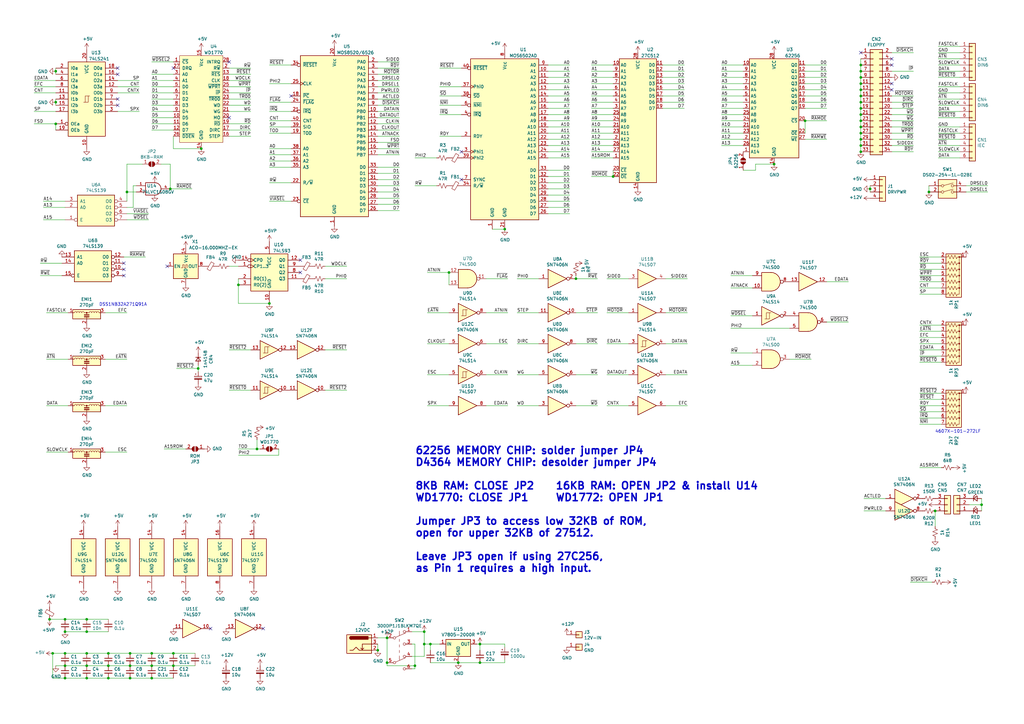
<source format=kicad_sch>
(kicad_sch (version 20231120) (generator "eeschema") (generator_version "8.0")
  (paper "A3")
  (title_block (title "1581 Disk Drive Controller") (date "2022-09-04") (rev "2") (company "Jaystonian's Retro Wares"))
  (lib_symbols
    (symbol "1581-improved-rescue:CP_Small-Device" (pin_numbers hide) (pin_names (offset 0.254) hide)
      (property "Reference" "C" (at 0.254 1.778 0))
      (property "Value" "CP_Small-Device" (at 0.254 -2.032 0))
      (symbol "CP_Small-Device_1_1"
        (pin passive line (at 0 2.54 270) (length 1.8542) (name "~") (number "1"))
        (pin passive line (at 0 -2.54 90) (length 1.8542) (name "~") (number "2"))
      )
    )
    (symbol "1581-improved-rescue:EMI_Filter_LCL-Device" (pin_names (offset 0.254) hide)
      (property "Reference" "FL" (at 0 6.985 0))
      (property "Value" "EMI_Filter_LCL-Device" (at 0 5.08 0))
      (symbol "EMI_Filter_LCL-Device_1_1"
        (pin passive line (at -7.62 2.54 0) (length 2.54) (name "1") (number "1"))
        (pin passive line (at 0 -2.54 90) (length 2.54) (name "2") (number "2"))
        (pin passive line (at 7.62 2.54 180) (length 2.54) (name "3") (number "3"))
      )
    )
    (symbol "1581-improved-rescue:Ferrite_Bead_Small-Device" (pin_numbers hide) (pin_names (offset 0))
      (property "Reference" "FB" (at 1.905 1.27 0))
      (property "Value" "Ferrite_Bead_Small-Device" (at 1.905 -1.27 0))
      (symbol "Ferrite_Bead_Small-Device_1_1"
        (pin passive line (at 0 2.54 270) (length 1.27) (name "~") (number "1"))
        (pin passive line (at 0 -2.54 90) (length 1.27) (name "~") (number "2"))
      )
    )
    (symbol "74xGxx:74LVC1G08" (pin_names (offset 1.016))
      (property "Reference" "U" (at -2.54 3.81 0))
      (property "Value" "74LVC1G08" (at 0 -3.81 0))
      (symbol "74LVC1G08_1_1"
        (pin input line (at -7.62 1.27 0) (length 3.81) (name "~") (number "1"))
        (pin input line (at -7.62 -1.27 0) (length 3.81) (name "~") (number "2"))
        (pin power_in line (at 0 -2.54 270) (length 0) hide (name "GND") (number "3"))
        (pin output line (at 6.35 0 180) (length 3.81) (name "~") (number "4"))
        (pin power_in line (at 0 2.54 90) (length 0) hide (name "VCC") (number "5"))
      )
    )
    (symbol "74xx:74LS00" (pin_names (offset 1.016))
      (property "Reference" "U" (at 0 1.27 0))
      (property "Value" "74LS00" (at 0 -1.27 0))
      (symbol "74LS00_1_1"
        (pin input line (at -7.62 2.54 0) (length 3.81) (name "~") (number "1"))
        (pin input line (at -7.62 -2.54 0) (length 3.81) (name "~") (number "2"))
        (pin output inverted (at 7.62 0 180) (length 3.81) (name "~") (number "3"))
      )
      (symbol "74LS00_1_2"
        (pin input inverted (at -7.62 2.54 0) (length 4.318) (name "~") (number "1"))
        (pin input inverted (at -7.62 -2.54 0) (length 4.318) (name "~") (number "2"))
        (pin output line (at 7.62 0 180) (length 3.81) (name "~") (number "3"))
      )
      (symbol "74LS00_2_1"
        (pin input line (at -7.62 2.54 0) (length 3.81) (name "~") (number "4"))
        (pin input line (at -7.62 -2.54 0) (length 3.81) (name "~") (number "5"))
        (pin output inverted (at 7.62 0 180) (length 3.81) (name "~") (number "6"))
      )
      (symbol "74LS00_2_2"
        (pin input inverted (at -7.62 2.54 0) (length 4.318) (name "~") (number "4"))
        (pin input inverted (at -7.62 -2.54 0) (length 4.318) (name "~") (number "5"))
        (pin output line (at 7.62 0 180) (length 3.81) (name "~") (number "6"))
      )
      (symbol "74LS00_3_1"
        (pin input line (at -7.62 -2.54 0) (length 3.81) (name "~") (number "10"))
        (pin output inverted (at 7.62 0 180) (length 3.81) (name "~") (number "8"))
        (pin input line (at -7.62 2.54 0) (length 3.81) (name "~") (number "9"))
      )
      (symbol "74LS00_3_2"
        (pin input inverted (at -7.62 -2.54 0) (length 4.318) (name "~") (number "10"))
        (pin output line (at 7.62 0 180) (length 3.81) (name "~") (number "8"))
        (pin input inverted (at -7.62 2.54 0) (length 4.318) (name "~") (number "9"))
      )
      (symbol "74LS00_4_1"
        (pin output inverted (at 7.62 0 180) (length 3.81) (name "~") (number "11"))
        (pin input line (at -7.62 2.54 0) (length 3.81) (name "~") (number "12"))
        (pin input line (at -7.62 -2.54 0) (length 3.81) (name "~") (number "13"))
      )
      (symbol "74LS00_4_2"
        (pin output line (at 7.62 0 180) (length 3.81) (name "~") (number "11"))
        (pin input inverted (at -7.62 2.54 0) (length 4.318) (name "~") (number "12"))
        (pin input inverted (at -7.62 -2.54 0) (length 4.318) (name "~") (number "13"))
      )
      (symbol "74LS00_5_0"
        (pin power_in line (at 0 12.7 270) (length 5.08) (name "VCC") (number "14"))
        (pin power_in line (at 0 -12.7 90) (length 5.08) (name "GND") (number "7"))
      )
    )
    (symbol "74xx:74LS06" (pin_names (offset 1.016))
      (property "Reference" "U" (at 0 1.27 0))
      (property "Value" "74LS06" (at 0 -1.27 0))
      (symbol "74LS06_1_0"
        (pin input line (at -7.62 0 0) (length 3.81) (name "~") (number "1"))
        (pin open_collector inverted (at 7.62 0 180) (length 3.81) (name "~") (number "2"))
      )
      (symbol "74LS06_2_0"
        (pin input line (at -7.62 0 0) (length 3.81) (name "~") (number "3"))
        (pin open_collector inverted (at 7.62 0 180) (length 3.81) (name "~") (number "4"))
      )
      (symbol "74LS06_3_0"
        (pin input line (at -7.62 0 0) (length 3.81) (name "~") (number "5"))
        (pin open_collector inverted (at 7.62 0 180) (length 3.81) (name "~") (number "6"))
      )
      (symbol "74LS06_4_0"
        (pin open_collector inverted (at 7.62 0 180) (length 3.81) (name "~") (number "8"))
        (pin input line (at -7.62 0 0) (length 3.81) (name "~") (number "9"))
      )
      (symbol "74LS06_5_0"
        (pin open_collector inverted (at 7.62 0 180) (length 3.81) (name "~") (number "10"))
        (pin input line (at -7.62 0 0) (length 3.81) (name "~") (number "11"))
      )
      (symbol "74LS06_6_0"
        (pin open_collector inverted (at 7.62 0 180) (length 3.81) (name "~") (number "12"))
        (pin input line (at -7.62 0 0) (length 3.81) (name "~") (number "13"))
      )
      (symbol "74LS06_7_0"
        (pin power_in line (at 0 12.7 270) (length 5.08) (name "VCC") (number "14"))
        (pin power_in line (at 0 -12.7 90) (length 5.08) (name "GND") (number "7"))
      )
    )
    (symbol "74xx:74LS07" (pin_names (offset 1.016))
      (property "Reference" "U" (at 0 1.27 0))
      (property "Value" "74LS07" (at 0 -1.27 0))
      (symbol "74LS07_1_0"
        (pin input line (at -7.62 0 0) (length 3.81) (name "~") (number "1"))
        (pin open_collector line (at 7.62 0 180) (length 3.81) (name "~") (number "2"))
      )
      (symbol "74LS07_2_0"
        (pin input line (at -7.62 0 0) (length 3.81) (name "~") (number "3"))
        (pin open_collector line (at 7.62 0 180) (length 3.81) (name "~") (number "4"))
      )
      (symbol "74LS07_3_0"
        (pin input line (at -7.62 0 0) (length 3.81) (name "~") (number "5"))
        (pin open_collector line (at 7.62 0 180) (length 3.81) (name "~") (number "6"))
      )
      (symbol "74LS07_4_0"
        (pin open_collector line (at 7.62 0 180) (length 3.81) (name "~") (number "8"))
        (pin input line (at -7.62 0 0) (length 3.81) (name "~") (number "9"))
      )
      (symbol "74LS07_5_0"
        (pin open_collector line (at 7.62 0 180) (length 3.81) (name "~") (number "10"))
        (pin input line (at -7.62 0 0) (length 3.81) (name "~") (number "11"))
      )
      (symbol "74LS07_6_0"
        (pin open_collector line (at 7.62 0 180) (length 3.81) (name "~") (number "12"))
        (pin input line (at -7.62 0 0) (length 3.81) (name "~") (number "13"))
      )
      (symbol "74LS07_7_0"
        (pin power_in line (at 0 12.7 270) (length 5.08) (name "VCC") (number "14"))
        (pin power_in line (at 0 -12.7 90) (length 5.08) (name "GND") (number "7"))
      )
    )
    (symbol "74xx:74LS139" (pin_names (offset 1.016))
      (property "Reference" "U" (at -7.62 8.89 0))
      (property "Value" "74LS139" (at -7.62 -8.89 0))
      (symbol "74LS139_1_0"
        (pin input inverted (at -12.7 -5.08 0) (length 5.08) (name "E") (number "1"))
        (pin input line (at -12.7 0 0) (length 5.08) (name "A0") (number "2"))
        (pin input line (at -12.7 2.54 0) (length 5.08) (name "A1") (number "3"))
        (pin output inverted (at 12.7 2.54 180) (length 5.08) (name "O0") (number "4"))
        (pin output inverted (at 12.7 0 180) (length 5.08) (name "O1") (number "5"))
        (pin output inverted (at 12.7 -2.54 180) (length 5.08) (name "O2") (number "6"))
        (pin output inverted (at 12.7 -5.08 180) (length 5.08) (name "O3") (number "7"))
      )
      (symbol "74LS139_2_0"
        (pin output inverted (at 12.7 -2.54 180) (length 5.08) (name "O2") (number "10"))
        (pin output inverted (at 12.7 0 180) (length 5.08) (name "O1") (number "11"))
        (pin output inverted (at 12.7 2.54 180) (length 5.08) (name "O0") (number "12"))
        (pin input line (at -12.7 2.54 0) (length 5.08) (name "A1") (number "13"))
        (pin input line (at -12.7 0 0) (length 5.08) (name "A0") (number "14"))
        (pin input inverted (at -12.7 -5.08 0) (length 5.08) (name "E") (number "15"))
        (pin output inverted (at 12.7 -5.08 180) (length 5.08) (name "O3") (number "9"))
      )
      (symbol "74LS139_3_0"
        (pin power_in line (at 0 12.7 270) (length 5.08) (name "VCC") (number "16"))
        (pin power_in line (at 0 -12.7 90) (length 5.08) (name "GND") (number "8"))
      )
    )
    (symbol "74xx:74LS14" (pin_names (offset 1.016))
      (property "Reference" "U" (at 0 1.27 0))
      (property "Value" "74LS14" (at 0 -1.27 0))
      (symbol "74LS14_1_0"
        (pin input line (at -7.62 0 0) (length 3.81) (name "~") (number "1"))
        (pin output inverted (at 7.62 0 180) (length 3.81) (name "~") (number "2"))
      )
      (symbol "74LS14_2_0"
        (pin input line (at -7.62 0 0) (length 3.81) (name "~") (number "3"))
        (pin output inverted (at 7.62 0 180) (length 3.81) (name "~") (number "4"))
      )
      (symbol "74LS14_3_0"
        (pin input line (at -7.62 0 0) (length 3.81) (name "~") (number "5"))
        (pin output inverted (at 7.62 0 180) (length 3.81) (name "~") (number "6"))
      )
      (symbol "74LS14_4_0"
        (pin output inverted (at 7.62 0 180) (length 3.81) (name "~") (number "8"))
        (pin input line (at -7.62 0 0) (length 3.81) (name "~") (number "9"))
      )
      (symbol "74LS14_5_0"
        (pin output inverted (at 7.62 0 180) (length 3.81) (name "~") (number "10"))
        (pin input line (at -7.62 0 0) (length 3.81) (name "~") (number "11"))
      )
      (symbol "74LS14_6_0"
        (pin output inverted (at 7.62 0 180) (length 3.81) (name "~") (number "12"))
        (pin input line (at -7.62 0 0) (length 3.81) (name "~") (number "13"))
      )
      (symbol "74LS14_7_0"
        (pin power_in line (at 0 12.7 270) (length 5.08) (name "VCC") (number "14"))
        (pin power_in line (at 0 -12.7 90) (length 5.08) (name "GND") (number "7"))
      )
    )
    (symbol "74xx:74LS241" (pin_names (offset 1.016))
      (property "Reference" "U" (at -7.62 16.51 0))
      (property "Value" "74LS241" (at -7.62 -16.51 0))
      (symbol "74LS241_1_0"
        (pin input inverted (at -12.7 -10.16 0) (length 5.08) (name "OEa") (number "1"))
        (pin power_in line (at 0 -20.32 90) (length 5.08) (name "GND") (number "10"))
        (pin input line (at -12.7 2.54 0) (length 5.08) (name "I0b") (number "11"))
        (pin tri_state line (at 12.7 5.08 180) (length 5.08) (name "O3a") (number "12"))
        (pin input line (at -12.7 0 0) (length 5.08) (name "I1b") (number "13"))
        (pin tri_state line (at 12.7 7.62 180) (length 5.08) (name "O2a") (number "14"))
        (pin input line (at -12.7 -2.54 0) (length 5.08) (name "I2b") (number "15"))
        (pin tri_state line (at 12.7 10.16 180) (length 5.08) (name "O1a") (number "16"))
        (pin input line (at -12.7 -5.08 0) (length 5.08) (name "I3b") (number "17"))
        (pin tri_state line (at 12.7 12.7 180) (length 5.08) (name "O0a") (number "18"))
        (pin input line (at -12.7 -12.7 0) (length 5.08) (name "OEb") (number "19"))
        (pin input line (at -12.7 12.7 0) (length 5.08) (name "I0a") (number "2"))
        (pin power_in line (at 0 20.32 270) (length 5.08) (name "VCC") (number "20"))
        (pin tri_state line (at 12.7 -5.08 180) (length 5.08) (name "O3b") (number "3"))
        (pin input line (at -12.7 10.16 0) (length 5.08) (name "I1a") (number "4"))
        (pin tri_state line (at 12.7 -2.54 180) (length 5.08) (name "O2b") (number "5"))
        (pin input line (at -12.7 7.62 0) (length 5.08) (name "I2a") (number "6"))
        (pin tri_state line (at 12.7 0 180) (length 5.08) (name "O1b") (number "7"))
        (pin input line (at -12.7 5.08 0) (length 5.08) (name "I3a") (number "8"))
        (pin tri_state line (at 12.7 2.54 180) (length 5.08) (name "O0b") (number "9"))
      )
    )
    (symbol "74xx:74LS93" (pin_names (offset 1.016))
      (property "Reference" "U" (at -7.62 8.89 0))
      (property "Value" "74LS93" (at -7.62 -8.89 0))
      (symbol "74LS93_1_0"
        (pin input inverted_clock (at -12.7 2.54 0) (length 5.08) (name "CP1..3") (number "1"))
        (pin power_in line (at 0 -12.7 90) (length 5.08) (name "GND") (number "10"))
        (pin output line (at 12.7 -2.54 180) (length 5.08) (name "Q3") (number "11"))
        (pin output line (at 12.7 5.08 180) (length 5.08) (name "Q0") (number "12"))
        (pin input inverted_clock (at -12.7 5.08 0) (length 5.08) (name "CP0") (number "14"))
        (pin input line (at -12.7 -2.54 0) (length 5.08) (name "R0(1)") (number "2"))
        (pin input line (at -12.7 -5.08 0) (length 5.08) (name "R0(2)") (number "3"))
        (pin power_in line (at 0 12.7 270) (length 5.08) (name "VCC") (number "5"))
        (pin output line (at 12.7 0 180) (length 5.08) (name "Q2") (number "8"))
        (pin output line (at 12.7 2.54 180) (length 5.08) (name "Q1") (number "9"))
      )
    )
    (symbol "CPU2:6502CPU" (pin_names (offset 1.016))
      (property "Reference" "U" (at -15.24 35.56 0))
      (property "Value" "6502CPU" (at 5.08 35.56 0))
      (symbol "6502CPU_1_1"
        (pin power_in line (at -6.35 -35.56 90) (length 3.81) (name "GND") (number "1"))
        (pin output line (at 16.51 29.21 180) (length 3.81) (name "A1") (number "10"))
        (pin output line (at 16.51 26.67 180) (length 3.81) (name "A2") (number "11"))
        (pin output line (at 16.51 24.13 180) (length 3.81) (name "A3") (number "12"))
        (pin output line (at 16.51 21.59 180) (length 3.81) (name "A4") (number "13"))
        (pin output line (at 16.51 19.05 180) (length 3.81) (name "A5") (number "14"))
        (pin output line (at 16.51 16.51 180) (length 3.81) (name "A6") (number "15"))
        (pin output line (at 16.51 13.97 180) (length 3.81) (name "A7") (number "16"))
        (pin output line (at 16.51 11.43 180) (length 3.81) (name "A8") (number "17"))
        (pin output line (at 16.51 8.89 180) (length 3.81) (name "A9") (number "18"))
        (pin output line (at 16.51 6.35 180) (length 3.81) (name "A10") (number "19"))
        (pin bidirectional line (at -19.05 2.54 0) (length 3.81) (name "RDY") (number "2"))
        (pin output line (at 16.51 3.81 180) (length 3.81) (name "A11") (number "20"))
        (pin power_in line (at -1.27 -35.56 90) (length 3.81) (name "GND") (number "21"))
        (pin output line (at 16.51 1.27 180) (length 3.81) (name "A12") (number "22"))
        (pin output line (at 16.51 -1.27 180) (length 3.81) (name "A13") (number "23"))
        (pin output line (at 16.51 -3.81 180) (length 3.81) (name "A14") (number "24"))
        (pin output line (at 16.51 -6.35 180) (length 3.81) (name "A15") (number "25"))
        (pin bidirectional line (at 16.51 -29.21 180) (length 3.81) (name "D7") (number "26"))
        (pin bidirectional line (at 16.51 -26.67 180) (length 3.81) (name "D6") (number "27"))
        (pin bidirectional line (at 16.51 -24.13 180) (length 3.81) (name "D5") (number "28"))
        (pin bidirectional line (at 16.51 -21.59 180) (length 3.81) (name "D4") (number "29"))
        (pin output clock (at -19.05 -3.81 0) (length 3.81) (name "Phi1") (number "3"))
        (pin bidirectional line (at 16.51 -19.05 180) (length 3.81) (name "D3") (number "30"))
        (pin bidirectional line (at 16.51 -16.51 180) (length 3.81) (name "D2") (number "31"))
        (pin bidirectional line (at 16.51 -13.97 180) (length 3.81) (name "D1") (number "32"))
        (pin bidirectional line (at 16.51 -11.43 180) (length 3.81) (name "D0") (number "33"))
        (pin output line (at -19.05 -17.78 0) (length 3.81) (name "R/~{W}") (number "34"))
        (pin input clock (at -19.05 22.86 0) (length 3.81) (name "Phi0") (number "37"))
        (pin output inverted (at -19.05 19.05 0) (length 3.81) (name "~{SO}") (number "38"))
        (pin output clock (at -19.05 -6.35 0) (length 3.81) (name "Phi2") (number "39"))
        (pin input inverted (at -19.05 11.43 0) (length 3.81) (name "~{IRQ}") (number "4"))
        (pin input inverted (at -19.05 30.48 0) (length 3.81) (name "~{RESET}") (number "40"))
        (pin input inverted (at -19.05 15.24 0) (length 3.81) (name "~{NMI}") (number "6"))
        (pin output line (at -19.05 -15.24 0) (length 3.81) (name "SYNC") (number "7"))
        (pin power_in line (at -1.27 38.1 270) (length 3.81) (name "Vcc") (number "8"))
        (pin output line (at 16.51 31.75 180) (length 3.81) (name "A0") (number "9"))
      )
    )
    (symbol "CPU2:MOS6526" (pin_names (offset 1.016))
      (property "Reference" "U" (at 6.35 38.1 0))
      (property "Value" "MOS6526" (at 5.08 35.56 0))
      (symbol "MOS6526_1_1"
        (pin power_in line (at -1.27 -35.56 90) (length 3.81) (name "GND") (number "1"))
        (pin bidirectional line (at 16.51 11.43 180) (length 3.81) (name "PB0") (number "10"))
        (pin bidirectional line (at 16.51 8.89 180) (length 3.81) (name "PB1") (number "11"))
        (pin bidirectional line (at 16.51 6.35 180) (length 3.81) (name "PB2") (number "12"))
        (pin bidirectional line (at 16.51 3.81 180) (length 3.81) (name "PB3") (number "13"))
        (pin bidirectional line (at 16.51 1.27 180) (length 3.81) (name "PB4") (number "14"))
        (pin bidirectional line (at 16.51 -1.27 180) (length 3.81) (name "PB5") (number "15"))
        (pin bidirectional line (at 16.51 -3.81 180) (length 3.81) (name "PB6") (number "16"))
        (pin bidirectional line (at 16.51 -6.35 180) (length 3.81) (name "PB7") (number "17"))
        (pin output line (at -19.05 17.78 0) (length 3.81) (name "~{PC}") (number "18"))
        (pin input line (at -19.05 2.54 0) (length 3.81) (name "TOD") (number "19"))
        (pin bidirectional line (at 16.51 31.75 180) (length 3.81) (name "PA0") (number "2"))
        (pin power_in line (at -1.27 38.1 270) (length 3.81) (name "Vcc") (number "20"))
        (pin input inverted (at -19.05 11.43 0) (length 3.81) (name "~{IRQ}") (number "21"))
        (pin input line (at -19.05 -17.78 0) (length 3.81) (name "R/~{W}") (number "22"))
        (pin input inverted (at -19.05 -25.4 0) (length 3.81) (name "~{CE}") (number "23"))
        (pin input line (at -19.05 15.24 0) (length 3.81) (name "~{FLAG}") (number "24"))
        (pin input clock (at -19.05 22.86 0) (length 3.81) (name "CLK") (number "25"))
        (pin bidirectional line (at 16.51 -29.21 180) (length 3.81) (name "D7") (number "26"))
        (pin bidirectional line (at 16.51 -26.67 180) (length 3.81) (name "D6") (number "27"))
        (pin bidirectional line (at 16.51 -24.13 180) (length 3.81) (name "D5") (number "28"))
        (pin bidirectional line (at 16.51 -21.59 180) (length 3.81) (name "D4") (number "29"))
        (pin bidirectional line (at 16.51 29.21 180) (length 3.81) (name "PA1") (number "3"))
        (pin bidirectional line (at 16.51 -19.05 180) (length 3.81) (name "D3") (number "30"))
        (pin bidirectional line (at 16.51 -16.51 180) (length 3.81) (name "D2") (number "31"))
        (pin bidirectional line (at 16.51 -13.97 180) (length 3.81) (name "D1") (number "32"))
        (pin bidirectional line (at 16.51 -11.43 180) (length 3.81) (name "D0") (number "33"))
        (pin input inverted (at -19.05 30.48 0) (length 3.81) (name "~{RESET}") (number "34"))
        (pin input line (at -19.05 -11.43 0) (length 3.81) (name "A3") (number "35"))
        (pin input line (at -19.05 -8.89 0) (length 3.81) (name "A2") (number "36"))
        (pin input line (at -19.05 -6.35 0) (length 3.81) (name "A1") (number "37"))
        (pin input line (at -19.05 -3.81 0) (length 3.81) (name "A0") (number "38"))
        (pin bidirectional line (at -19.05 5.08 0) (length 3.81) (name "SIO") (number "39"))
        (pin bidirectional line (at 16.51 26.67 180) (length 3.81) (name "PA2") (number "4"))
        (pin input line (at -19.05 7.62 0) (length 3.81) (name "CNT") (number "40"))
        (pin bidirectional line (at 16.51 24.13 180) (length 3.81) (name "PA3") (number "5"))
        (pin bidirectional line (at 16.51 21.59 180) (length 3.81) (name "PA4") (number "6"))
        (pin bidirectional line (at 16.51 19.05 180) (length 3.81) (name "PA5") (number "7"))
        (pin bidirectional line (at 16.51 16.51 180) (length 3.81) (name "PA6") (number "8"))
        (pin bidirectional line (at 16.51 13.97 180) (length 3.81) (name "PA7") (number "9"))
      )
    )
    (symbol "CPU2:WD1770" (pin_names (offset 1.016))
      (property "Reference" "U" (at 38.1 24.13 0))
      (property "Value" "WD1770" (at 38.1 24.13 0))
      (symbol "WD1770_1_1"
        (pin bidirectional line (at -12.7 19.05 0) (length 2.54) (name "~{CS}") (number "1"))
        (pin bidirectional line (at -12.7 -3.81 0) (length 2.54) (name "D5") (number "10"))
        (pin bidirectional line (at -12.7 -6.35 0) (length 2.54) (name "D6") (number "11"))
        (pin bidirectional line (at -12.7 -8.89 0) (length 2.54) (name "D7") (number "12"))
        (pin bidirectional line (at 10.16 13.97 180) (length 2.54) (name "~{RES}") (number "13"))
        (pin power_out line (at -1.27 -16.51 90) (length 2.54) (name "GND") (number "14"))
        (pin power_in line (at -1.27 24.13 270) (length 2.54) (name "Vcc") (number "15"))
        (pin bidirectional line (at 10.16 -11.43 180) (length 2.54) (name "STEP") (number "16"))
        (pin bidirectional line (at 10.16 -8.89 180) (length 2.54) (name "DIRC") (number "17"))
        (pin bidirectional line (at 10.16 11.43 180) (length 2.54) (name "CLK") (number "18"))
        (pin bidirectional line (at 10.16 -6.35 180) (length 2.54) (name "~{RD}") (number "19"))
        (pin bidirectional line (at 10.16 16.51 180) (length 2.54) (name "R~{W}") (number "2"))
        (pin bidirectional line (at 10.16 -3.81 180) (length 2.54) (name "MO") (number "20"))
        (pin bidirectional line (at 10.16 -1.27 180) (length 2.54) (name "WG") (number "21"))
        (pin bidirectional line (at 10.16 1.27 180) (length 2.54) (name "WD") (number "22"))
        (pin bidirectional line (at 10.16 3.81 180) (length 2.54) (name "~{TR00}") (number "23"))
        (pin bidirectional line (at 10.16 6.35 180) (length 2.54) (name "~{IP}") (number "24"))
        (pin bidirectional line (at 10.16 8.89 180) (length 2.54) (name "~{WPRT}") (number "25"))
        (pin bidirectional line (at -12.7 -11.43 0) (length 2.54) (name "~{DDEN}") (number "26"))
        (pin bidirectional line (at -12.7 16.51 0) (length 2.54) (name "DRQ") (number "27"))
        (pin bidirectional line (at 10.16 19.05 180) (length 2.54) (name "INTRQ") (number "28"))
        (pin bidirectional line (at -12.7 13.97 0) (length 2.54) (name "A0") (number "3"))
        (pin bidirectional line (at -12.7 11.43 0) (length 2.54) (name "A1") (number "4"))
        (pin bidirectional line (at -12.7 8.89 0) (length 2.54) (name "D0") (number "5"))
        (pin bidirectional line (at -12.7 6.35 0) (length 2.54) (name "D1") (number "6"))
        (pin bidirectional line (at -12.7 3.81 0) (length 2.54) (name "D2") (number "7"))
        (pin bidirectional line (at -12.7 1.27 0) (length 2.54) (name "D3") (number "8"))
        (pin bidirectional line (at -12.7 -1.27 0) (length 2.54) (name "D4") (number "9"))
      )
    )
    (symbol "Connector:Barrel_Jack_Switch" (pin_names hide)
      (property "Reference" "J" (at 0 5.334 0))
      (property "Value" "Barrel_Jack_Switch" (at 0 -5.08 0))
      (symbol "Barrel_Jack_Switch_1_1"
        (pin passive line (at 7.62 2.54 180) (length 2.54) (name "~") (number "1"))
        (pin passive line (at 7.62 -2.54 180) (length 2.54) (name "~") (number "2"))
        (pin passive line (at 7.62 0 180) (length 2.54) (name "~") (number "3"))
      )
    )
    (symbol "Connector_Generic:Conn_01x01" (pin_names (offset 1.016) hide)
      (property "Reference" "J" (at 0 2.54 0))
      (property "Value" "Conn_01x01" (at 0 -2.54 0))
      (symbol "Conn_01x01_1_1"
        (pin passive line (at -5.08 0 0) (length 3.81) (name "Pin_1") (number "1"))
      )
    )
    (symbol "Connector_Generic:Conn_01x03" (pin_names (offset 1.016) hide)
      (property "Reference" "J" (at 0 5.08 0))
      (property "Value" "Conn_01x03" (at 0 -5.08 0))
      (symbol "Conn_01x03_1_1"
        (pin passive line (at -5.08 2.54 0) (length 3.81) (name "Pin_1") (number "1"))
        (pin passive line (at -5.08 0 0) (length 3.81) (name "Pin_2") (number "2"))
        (pin passive line (at -5.08 -2.54 0) (length 3.81) (name "Pin_3") (number "3"))
      )
    )
    (symbol "Connector_Generic:Conn_01x04" (pin_names (offset 1.016) hide)
      (property "Reference" "J" (at 0 5.08 0))
      (property "Value" "Conn_01x04" (at 0 -7.62 0))
      (symbol "Conn_01x04_1_1"
        (pin passive line (at -5.08 2.54 0) (length 3.81) (name "Pin_1") (number "1"))
        (pin passive line (at -5.08 0 0) (length 3.81) (name "Pin_2") (number "2"))
        (pin passive line (at -5.08 -2.54 0) (length 3.81) (name "Pin_3") (number "3"))
        (pin passive line (at -5.08 -5.08 0) (length 3.81) (name "Pin_4") (number "4"))
      )
    )
    (symbol "Connector_Generic:Conn_01x06" (pin_names (offset 1.016) hide)
      (property "Reference" "J" (at 0 7.62 0))
      (property "Value" "Conn_01x06" (at 0 -10.16 0))
      (symbol "Conn_01x06_1_1"
        (pin passive line (at -5.08 5.08 0) (length 3.81) (name "Pin_1") (number "1"))
        (pin passive line (at -5.08 2.54 0) (length 3.81) (name "Pin_2") (number "2"))
        (pin passive line (at -5.08 0 0) (length 3.81) (name "Pin_3") (number "3"))
        (pin passive line (at -5.08 -2.54 0) (length 3.81) (name "Pin_4") (number "4"))
        (pin passive line (at -5.08 -5.08 0) (length 3.81) (name "Pin_5") (number "5"))
        (pin passive line (at -5.08 -7.62 0) (length 3.81) (name "Pin_6") (number "6"))
      )
    )
    (symbol "Connector_Generic:Conn_02x17_Odd_Even" (pin_names (offset 1.016) hide)
      (property "Reference" "J" (at 1.27 22.86 0))
      (property "Value" "Conn_02x17_Odd_Even" (at 1.27 -22.86 0))
      (symbol "Conn_02x17_Odd_Even_1_1"
        (pin passive line (at -5.08 20.32 0) (length 3.81) (name "Pin_1") (number "1"))
        (pin passive line (at 7.62 10.16 180) (length 3.81) (name "Pin_10") (number "10"))
        (pin passive line (at -5.08 7.62 0) (length 3.81) (name "Pin_11") (number "11"))
        (pin passive line (at 7.62 7.62 180) (length 3.81) (name "Pin_12") (number "12"))
        (pin passive line (at -5.08 5.08 0) (length 3.81) (name "Pin_13") (number "13"))
        (pin passive line (at 7.62 5.08 180) (length 3.81) (name "Pin_14") (number "14"))
        (pin passive line (at -5.08 2.54 0) (length 3.81) (name "Pin_15") (number "15"))
        (pin passive line (at 7.62 2.54 180) (length 3.81) (name "Pin_16") (number "16"))
        (pin passive line (at -5.08 0 0) (length 3.81) (name "Pin_17") (number "17"))
        (pin passive line (at 7.62 0 180) (length 3.81) (name "Pin_18") (number "18"))
        (pin passive line (at -5.08 -2.54 0) (length 3.81) (name "Pin_19") (number "19"))
        (pin passive line (at 7.62 20.32 180) (length 3.81) (name "Pin_2") (number "2"))
        (pin passive line (at 7.62 -2.54 180) (length 3.81) (name "Pin_20") (number "20"))
        (pin passive line (at -5.08 -5.08 0) (length 3.81) (name "Pin_21") (number "21"))
        (pin passive line (at 7.62 -5.08 180) (length 3.81) (name "Pin_22") (number "22"))
        (pin passive line (at -5.08 -7.62 0) (length 3.81) (name "Pin_23") (number "23"))
        (pin passive line (at 7.62 -7.62 180) (length 3.81) (name "Pin_24") (number "24"))
        (pin passive line (at -5.08 -10.16 0) (length 3.81) (name "Pin_25") (number "25"))
        (pin passive line (at 7.62 -10.16 180) (length 3.81) (name "Pin_26") (number "26"))
        (pin passive line (at -5.08 -12.7 0) (length 3.81) (name "Pin_27") (number "27"))
        (pin passive line (at 7.62 -12.7 180) (length 3.81) (name "Pin_28") (number "28"))
        (pin passive line (at -5.08 -15.24 0) (length 3.81) (name "Pin_29") (number "29"))
        (pin passive line (at -5.08 17.78 0) (length 3.81) (name "Pin_3") (number "3"))
        (pin passive line (at 7.62 -15.24 180) (length 3.81) (name "Pin_30") (number "30"))
        (pin passive line (at -5.08 -17.78 0) (length 3.81) (name "Pin_31") (number "31"))
        (pin passive line (at 7.62 -17.78 180) (length 3.81) (name "Pin_32") (number "32"))
        (pin passive line (at -5.08 -20.32 0) (length 3.81) (name "Pin_33") (number "33"))
        (pin passive line (at 7.62 -20.32 180) (length 3.81) (name "Pin_34") (number "34"))
        (pin passive line (at 7.62 17.78 180) (length 3.81) (name "Pin_4") (number "4"))
        (pin passive line (at -5.08 15.24 0) (length 3.81) (name "Pin_5") (number "5"))
        (pin passive line (at 7.62 15.24 180) (length 3.81) (name "Pin_6") (number "6"))
        (pin passive line (at -5.08 12.7 0) (length 3.81) (name "Pin_7") (number "7"))
        (pin passive line (at 7.62 12.7 180) (length 3.81) (name "Pin_8") (number "8"))
        (pin passive line (at -5.08 10.16 0) (length 3.81) (name "Pin_9") (number "9"))
      )
    )
    (symbol "Device:C_Small" (pin_numbers hide) (pin_names (offset 0.254) hide)
      (property "Reference" "C" (at 0.254 1.778 0))
      (property "Value" "C_Small" (at 0.254 -2.032 0))
      (symbol "C_Small_1_1"
        (pin passive line (at 0 2.54 270) (length 2.032) (name "~") (number "1"))
        (pin passive line (at 0 -2.54 90) (length 2.032) (name "~") (number "2"))
      )
    )
    (symbol "Device:D_Small" (pin_numbers hide) (pin_names (offset 0.254) hide)
      (property "Reference" "D" (at -1.27 2.032 0))
      (property "Value" "D_Small" (at -3.81 -2.032 0))
      (symbol "D_Small_1_1"
        (pin passive line (at -2.54 0 0) (length 1.778) (name "K") (number "1"))
        (pin passive line (at 2.54 0 180) (length 1.778) (name "A") (number "2"))
      )
    )
    (symbol "Device:LED_Small" (pin_numbers hide) (pin_names (offset 0.254) hide)
      (property "Reference" "D" (at -1.27 3.175 0))
      (property "Value" "LED_Small" (at -4.445 -2.54 0))
      (symbol "LED_Small_1_1"
        (pin passive line (at -2.54 0 0) (length 1.778) (name "K") (number "1"))
        (pin passive line (at 2.54 0 180) (length 1.778) (name "A") (number "2"))
      )
    )
    (symbol "Device:R_Network06_US" (pin_names (offset 0) hide)
      (property "Reference" "RN" (at -10.16 0 90))
      (property "Value" "R_Network06_US" (at 7.62 0 90))
      (symbol "R_Network06_US_1_1"
        (pin passive line (at -7.62 5.08 270) (length 2.54) (name "common") (number "1"))
        (pin passive line (at -7.62 -5.08 90) (length 1.27) (name "R1") (number "2"))
        (pin passive line (at -5.08 -5.08 90) (length 1.27) (name "R2") (number "3"))
        (pin passive line (at -2.54 -5.08 90) (length 1.27) (name "R3") (number "4"))
        (pin passive line (at 0 -5.08 90) (length 1.27) (name "R4") (number "5"))
        (pin passive line (at 2.54 -5.08 90) (length 1.27) (name "R5") (number "6"))
        (pin passive line (at 5.08 -5.08 90) (length 1.27) (name "R6") (number "7"))
      )
    )
    (symbol "Device:R_Network07_US" (pin_names (offset 0) hide)
      (property "Reference" "RN" (at -10.16 0 90))
      (property "Value" "R_Network07_US" (at 10.16 0 90))
      (symbol "R_Network07_US_1_1"
        (pin passive line (at -7.62 5.08 270) (length 2.54) (name "common") (number "1"))
        (pin passive line (at -7.62 -5.08 90) (length 1.27) (name "R1") (number "2"))
        (pin passive line (at -5.08 -5.08 90) (length 1.27) (name "R2") (number "3"))
        (pin passive line (at -2.54 -5.08 90) (length 1.27) (name "R3") (number "4"))
        (pin passive line (at 0 -5.08 90) (length 1.27) (name "R4") (number "5"))
        (pin passive line (at 2.54 -5.08 90) (length 1.27) (name "R5") (number "6"))
        (pin passive line (at 5.08 -5.08 90) (length 1.27) (name "R6") (number "7"))
        (pin passive line (at 7.62 -5.08 90) (length 1.27) (name "R7") (number "8"))
      )
    )
    (symbol "Device:R_Small_US" (pin_numbers hide) (pin_names (offset 0.254) hide)
      (property "Reference" "R" (at 0.762 0.508 0))
      (property "Value" "R_Small_US" (at 0.762 -1.016 0))
      (symbol "R_Small_US_1_1"
        (pin passive line (at 0 2.54 270) (length 1.016) (name "~") (number "1"))
        (pin passive line (at 0 -2.54 90) (length 1.016) (name "~") (number "2"))
      )
    )
    (symbol "Jumper:SolderJumper_2_Open" (pin_names (offset 0) hide)
      (property "Reference" "JP" (at 0 2.032 0))
      (property "Value" "SolderJumper_2_Open" (at 0 -2.54 0))
      (symbol "SolderJumper_2_Open_1_1"
        (pin passive line (at -3.81 0 0) (length 2.54) (name "A") (number "1"))
        (pin passive line (at 3.81 0 180) (length 2.54) (name "B") (number "2"))
      )
    )
    (symbol "Memory_EPROM:27C512"
      (property "Reference" "U" (at -7.62 26.67 0))
      (property "Value" "27C512" (at 2.54 -26.67 0))
      (symbol "27C512_1_1"
        (pin input line (at -10.16 -15.24 0) (length 2.54) (name "A15") (number "1"))
        (pin input line (at -10.16 22.86 0) (length 2.54) (name "A0") (number "10"))
        (pin tri_state line (at 10.16 22.86 180) (length 2.54) (name "D0") (number "11"))
        (pin tri_state line (at 10.16 20.32 180) (length 2.54) (name "D1") (number "12"))
        (pin tri_state line (at 10.16 17.78 180) (length 2.54) (name "D2") (number "13"))
        (pin power_in line (at 0 -27.94 90) (length 2.54) (name "GND") (number "14"))
        (pin tri_state line (at 10.16 15.24 180) (length 2.54) (name "D3") (number "15"))
        (pin tri_state line (at 10.16 12.7 180) (length 2.54) (name "D4") (number "16"))
        (pin tri_state line (at 10.16 10.16 180) (length 2.54) (name "D5") (number "17"))
        (pin tri_state line (at 10.16 7.62 180) (length 2.54) (name "D6") (number "18"))
        (pin tri_state line (at 10.16 5.08 180) (length 2.54) (name "D7") (number "19"))
        (pin input line (at -10.16 -7.62 0) (length 2.54) (name "A12") (number "2"))
        (pin input line (at -10.16 -20.32 0) (length 2.54) (name "~{CE}") (number "20"))
        (pin input line (at -10.16 -2.54 0) (length 2.54) (name "A10") (number "21"))
        (pin input line (at -10.16 -22.86 0) (length 2.54) (name "~{OE}") (number "22"))
        (pin input line (at -10.16 -5.08 0) (length 2.54) (name "A11") (number "23"))
        (pin input line (at -10.16 0 0) (length 2.54) (name "A9") (number "24"))
        (pin input line (at -10.16 2.54 0) (length 2.54) (name "A8") (number "25"))
        (pin input line (at -10.16 -10.16 0) (length 2.54) (name "A13") (number "26"))
        (pin input line (at -10.16 -12.7 0) (length 2.54) (name "A14") (number "27"))
        (pin power_in line (at 0 27.94 270) (length 2.54) (name "VCC") (number "28"))
        (pin input line (at -10.16 5.08 0) (length 2.54) (name "A7") (number "3"))
        (pin input line (at -10.16 7.62 0) (length 2.54) (name "A6") (number "4"))
        (pin input line (at -10.16 10.16 0) (length 2.54) (name "A5") (number "5"))
        (pin input line (at -10.16 12.7 0) (length 2.54) (name "A4") (number "6"))
        (pin input line (at -10.16 15.24 0) (length 2.54) (name "A3") (number "7"))
        (pin input line (at -10.16 17.78 0) (length 2.54) (name "A2") (number "8"))
        (pin input line (at -10.16 20.32 0) (length 2.54) (name "A1") (number "9"))
      )
    )
    (symbol "Memory_RAM:HM62256BLP"
      (property "Reference" "U" (at -10.16 20.955 0))
      (property "Value" "HM62256BLP" (at 2.54 20.955 0))
      (symbol "HM62256BLP_0_0"
        (pin power_in line (at 0 -22.86 90) (length 2.54) (name "GND") (number "14"))
        (pin power_in line (at 0 22.86 270) (length 2.54) (name "VCC") (number "28"))
      )
      (symbol "HM62256BLP_1_1"
        (pin input line (at -12.7 -17.78 0) (length 2.54) (name "A14") (number "1"))
        (pin input line (at -12.7 17.78 0) (length 2.54) (name "A0") (number "10"))
        (pin tri_state line (at 12.7 17.78 180) (length 2.54) (name "Q0") (number "11"))
        (pin tri_state line (at 12.7 15.24 180) (length 2.54) (name "Q1") (number "12"))
        (pin tri_state line (at 12.7 12.7 180) (length 2.54) (name "Q2") (number "13"))
        (pin tri_state line (at 12.7 10.16 180) (length 2.54) (name "Q3") (number "15"))
        (pin tri_state line (at 12.7 7.62 180) (length 2.54) (name "Q4") (number "16"))
        (pin tri_state line (at 12.7 5.08 180) (length 2.54) (name "Q5") (number "17"))
        (pin tri_state line (at 12.7 2.54 180) (length 2.54) (name "Q6") (number "18"))
        (pin tri_state line (at 12.7 0 180) (length 2.54) (name "Q7") (number "19"))
        (pin input line (at -12.7 -12.7 0) (length 2.54) (name "A12") (number "2"))
        (pin input line (at 12.7 -5.08 180) (length 2.54) (name "~{CS}") (number "20"))
        (pin input line (at -12.7 -7.62 0) (length 2.54) (name "A10") (number "21"))
        (pin input line (at 12.7 -10.16 180) (length 2.54) (name "~{OE}") (number "22"))
        (pin input line (at -12.7 -10.16 0) (length 2.54) (name "A11") (number "23"))
        (pin input line (at -12.7 -5.08 0) (length 2.54) (name "A9") (number "24"))
        (pin input line (at -12.7 -2.54 0) (length 2.54) (name "A8") (number "25"))
        (pin input line (at -12.7 -15.24 0) (length 2.54) (name "A13") (number "26"))
        (pin input line (at 12.7 -12.7 180) (length 2.54) (name "~{WE}") (number "27"))
        (pin input line (at -12.7 0 0) (length 2.54) (name "A7") (number "3"))
        (pin input line (at -12.7 2.54 0) (length 2.54) (name "A6") (number "4"))
        (pin input line (at -12.7 5.08 0) (length 2.54) (name "A5") (number "5"))
        (pin input line (at -12.7 7.62 0) (length 2.54) (name "A4") (number "6"))
        (pin input line (at -12.7 10.16 0) (length 2.54) (name "A3") (number "7"))
        (pin input line (at -12.7 12.7 0) (length 2.54) (name "A2") (number "8"))
        (pin input line (at -12.7 15.24 0) (length 2.54) (name "A1") (number "9"))
      )
    )
    (symbol "Oscillator:CXO_DIP14" (pin_names (offset 0.254))
      (property "Reference" "X" (at -5.08 6.35 0))
      (property "Value" "CXO_DIP14" (at 1.27 -6.35 0))
      (symbol "CXO_DIP14_1_1"
        (pin input line (at -7.62 0 0) (length 2.54) (name "EN") (number "1"))
        (pin power_in line (at 0 7.62 270) (length 2.54) (name "Vcc") (number "14"))
        (pin power_in line (at 0 -7.62 90) (length 2.54) (name "GND") (number "7"))
        (pin output line (at 7.62 0 180) (length 2.54) (name "OUT") (number "8"))
      )
    )
    (symbol "Regulator_Linear:L7805" (pin_names (offset 0.254))
      (property "Reference" "U" (at -3.81 3.175 0))
      (property "Value" "L7805" (at 0 3.175 0))
      (symbol "L7805_1_1"
        (pin power_in line (at -7.62 0 0) (length 2.54) (name "IN") (number "1"))
        (pin power_in line (at 0 -7.62 90) (length 2.54) (name "GND") (number "2"))
        (pin power_out line (at 7.62 0 180) (length 2.54) (name "OUT") (number "3"))
      )
    )
    (symbol "Switch:SW_DIP_x02" (pin_names (offset 0) hide)
      (property "Reference" "SW" (at 0 6.35 0))
      (property "Value" "SW_DIP_x02" (at 0 -3.81 0))
      (symbol "SW_DIP_x02_1_1"
        (pin passive line (at -7.62 2.54 0) (length 5.08) (name "~") (number "1"))
        (pin passive line (at -7.62 0 0) (length 5.08) (name "~") (number "2"))
        (pin passive line (at 7.62 0 180) (length 5.08) (name "~") (number "3"))
        (pin passive line (at 7.62 2.54 180) (length 5.08) (name "~") (number "4"))
      )
    )
    (symbol "Switch:SW_Push_DPDT" (pin_names (offset 0) hide)
      (property "Reference" "SW" (at 0 8.89 0))
      (property "Value" "SW_Push_DPDT" (at 0 -10.16 0))
      (symbol "SW_Push_DPDT_1_1"
        (pin passive line (at 5.08 7.62 180) (length 2.54) (name "A") (number "1"))
        (pin passive line (at -5.08 5.08 0) (length 2.54) (name "B") (number "2"))
        (pin passive line (at 5.08 2.54 180) (length 2.54) (name "C") (number "3"))
        (pin passive line (at 5.08 -2.54 180) (length 2.54) (name "A") (number "4"))
        (pin passive line (at -5.08 -5.08 0) (length 2.54) (name "B") (number "5"))
        (pin passive line (at 5.08 -7.62 180) (length 2.54) (name "C") (number "6"))
      )
    )
    (symbol "power:+12P" (power) (pin_names (offset 0))
      (property "Value" "+12P" (at 0 3.556 0))
      (symbol "+12P_1_1"
        (pin power_in line (at 0 0 90) (length 0) hide (name "+12P") (number "1"))
      )
    )
    (symbol "power:+12V" (power) (pin_names (offset 0))
      (property "Value" "+12V" (at 0 3.556 0))
      (symbol "+12V_1_1"
        (pin power_in line (at 0 0 90) (length 0) hide (name "+12V") (number "1"))
      )
    )
    (symbol "power:+5V" (power) (pin_names (offset 0))
      (property "Value" "+5V" (at 0 3.556 0))
      (symbol "+5V_1_1"
        (pin power_in line (at 0 0 90) (length 0) hide (name "+5V") (number "1"))
      )
    )
    (symbol "power:+5VP" (power) (pin_names (offset 0))
      (property "Value" "+5VP" (at 0 3.556 0))
      (symbol "+5VP_1_1"
        (pin power_in line (at 0 0 90) (length 0) hide (name "+5VP") (number "1"))
      )
    )
    (symbol "power:GND" (power) (pin_names (offset 0))
      (property "Value" "GND" (at 0 -3.81 0))
      (symbol "GND_1_1"
        (pin power_in line (at 0 0 270) (length 0) hide (name "GND") (number "1"))
      )
    )
  )
  (junction (at 69.85 77.47))
  (junction (at 35.56 254))
  (junction (at 353.06 39.37))
  (junction (at 353.06 52.07))
  (junction (at 44.45 273.05))
  (junction (at 22.86 50.8))
  (junction (at 35.56 267.97))
  (junction (at 353.06 49.53))
  (junction (at 184.15 111.76))
  (junction (at 353.06 54.61))
  (junction (at 22.86 29.21))
  (junction (at 62.23 278.13))
  (junction (at 105.41 184.15))
  (junction (at 71.12 273.05))
  (junction (at 353.06 31.75))
  (junction (at 82.55 60.96))
  (junction (at 317.5 67.31))
  (junction (at 353.06 46.99))
  (junction (at 173.99 264.16))
  (junction (at 53.34 273.05))
  (junction (at 53.34 267.97))
  (junction (at 44.45 278.13))
  (junction (at 207.01 93.98))
  (junction (at 353.06 34.29))
  (junction (at 353.06 57.15))
  (junction (at 196.85 271.78))
  (junction (at 356.87 77.47))
  (junction (at 402.59 207.01))
  (junction (at 35.56 259.08))
  (junction (at 22.86 41.91))
  (junction (at 196.85 264.16))
  (junction (at 158.75 271.78))
  (junction (at 21.59 267.97))
  (junction (at 97.79 116.84))
  (junction (at 187.96 271.78))
  (junction (at 353.06 29.21))
  (junction (at 71.12 267.97))
  (junction (at 62.23 267.97))
  (junction (at 20.32 254))
  (junction (at 170.18 273.05))
  (junction (at 353.06 62.23))
  (junction (at 353.06 26.67))
  (junction (at 173.99 259.08))
  (junction (at 176.53 264.16))
  (junction (at 110.49 124.46))
  (junction (at 35.56 273.05))
  (junction (at 81.28 151.13))
  (junction (at 26.67 273.05))
  (junction (at 26.67 254))
  (junction (at 236.22 114.3))
  (junction (at 330.2 49.53))
  (junction (at 353.06 59.69))
  (junction (at 353.06 44.45))
  (junction (at 251.46 72.39))
  (junction (at 26.67 259.08))
  (junction (at 44.45 267.97))
  (junction (at 62.23 273.05))
  (junction (at 383.54 209.55))
  (junction (at 35.56 278.13))
  (junction (at 154.94 266.7))
  (junction (at 353.06 41.91))
  (junction (at 353.06 36.83))
  (junction (at 26.67 278.13))
  (junction (at 26.67 267.97))
  (junction (at 52.07 78.74))
  (junction (at 381 78.74))
  (junction (at 53.34 278.13))
  (junction (at 158.75 261.62))
  (no_connect (at 93.98 48.26))
  (no_connect (at 365.76 24.13))
  (no_connect (at 189.23 62.23))
  (no_connect (at 189.23 73.66))
  (no_connect (at 123.19 111.76))
  (no_connect (at 48.26 43.18))
  (no_connect (at 93.98 25.4))
  (no_connect (at 365.76 26.67))
  (no_connect (at 86.36 257.81))
  (no_connect (at 71.12 27.94))
  (no_connect (at 107.95 257.81))
  (no_connect (at 50.8 113.03))
  (no_connect (at 353.06 21.59))
  (no_connect (at 48.26 40.64))
  (no_connect (at 68.58 109.22))
  (no_connect (at 50.8 107.95))
  (no_connect (at 365.76 34.29))
  (no_connect (at 365.76 36.83))
  (no_connect (at 123.19 106.68))
  (no_connect (at 48.26 30.48))
  (no_connect (at 48.26 27.94))
  (no_connect (at 119.38 39.37))
  (no_connect (at 50.8 110.49))
  (wire (pts (xy 26.67 278.13) (xy 35.56 278.13)))
  (wire (pts (xy 102.87 45.72) (xy 93.98 45.72)))
  (wire (pts (xy 66.04 67.31) (xy 69.85 67.31)))
  (wire (pts (xy 339.09 34.29) (xy 330.2 34.29)))
  (wire (pts (xy 384.81 64.77) (xy 393.7 64.77)))
  (wire (pts (xy 93.98 160.02) (xy 102.87 160.02)))
  (wire (pts (xy 196.85 266.7) (xy 196.85 264.16)))
  (wire (pts (xy 62.23 267.97) (xy 71.12 267.97)))
  (wire (pts (xy 187.96 271.78) (xy 196.85 271.78)))
  (wire (pts (xy 281.94 128.27) (xy 273.05 128.27)))
  (wire (pts (xy 212.09 166.37) (xy 220.98 166.37)))
  (wire (pts (xy 384.81 24.13) (xy 393.7 24.13)))
  (wire (pts (xy 374.65 29.21) (xy 365.76 29.21)))
  (wire (pts (xy 212.09 128.27) (xy 220.98 128.27)))
  (wire (pts (xy 19.05 128.27) (xy 27.94 128.27)))
  (wire (pts (xy 163.83 25.4) (xy 154.94 25.4)))
  (wire (pts (xy 353.06 54.61) (xy 353.06 57.15)))
  (wire (pts (xy 377.19 135.89) (xy 386.08 135.89)))
  (wire (pts (xy 163.83 43.18) (xy 154.94 43.18)))
  (wire (pts (xy 71.12 273.05) (xy 80.01 273.05)))
  (wire (pts (xy 233.68 74.93) (xy 224.79 74.93)))
  (wire (pts (xy 105.41 184.15) (xy 106.68 184.15)))
  (wire (pts (xy 163.83 40.64) (xy 154.94 40.64)))
  (wire (pts (xy 97.79 116.84) (xy 97.79 124.46)))
  (wire (pts (xy 170.18 76.2) (xy 179.07 76.2)))
  (wire (pts (xy 110.49 41.91) (xy 119.38 41.91)))
  (wire (pts (xy 353.06 49.53) (xy 353.06 52.07)))
  (wire (pts (xy 81.28 149.86) (xy 81.28 151.13)))
  (wire (pts (xy 184.15 111.76) (xy 184.15 116.84)))
  (wire (pts (xy 26.67 273.05) (xy 35.56 273.05)))
  (wire (pts (xy 353.06 59.69) (xy 353.06 62.23)))
  (wire (pts (xy 245.11 153.67) (xy 236.22 153.67)))
  (wire (pts (xy 377.19 163.83) (xy 386.08 163.83)))
  (wire (pts (xy 295.91 29.21) (xy 304.8 29.21)))
  (wire (pts (xy 62.23 35.56) (xy 71.12 35.56)))
  (wire (pts (xy 384.81 40.64) (xy 393.7 40.64)))
  (wire (pts (xy 57.15 33.02) (xy 48.26 33.02)))
  (wire (pts (xy 180.34 55.88) (xy 189.23 55.88)))
  (wire (pts (xy 163.83 50.8) (xy 154.94 50.8)))
  (wire (pts (xy 22.86 41.91) (xy 22.86 40.64)))
  (wire (pts (xy 245.11 114.3) (xy 236.22 114.3)))
  (wire (pts (xy 233.68 59.69) (xy 224.79 59.69)))
  (wire (pts (xy 242.57 57.15) (xy 251.46 57.15)))
  (wire (pts (xy 180.34 264.16) (xy 176.53 264.16)))
  (wire (pts (xy 53.34 267.97) (xy 62.23 267.97)))
  (wire (pts (xy 295.91 39.37) (xy 304.8 39.37)))
  (wire (pts (xy 13.97 35.56) (xy 22.86 35.56)))
  (wire (pts (xy 397.51 207.01) (xy 402.59 207.01)))
  (wire (pts (xy 114.3 186.69) (xy 114.3 184.15)))
  (wire (pts (xy 19.05 147.32) (xy 27.94 147.32)))
  (wire (pts (xy 13.97 45.72) (xy 22.86 45.72)))
  (wire (pts (xy 142.24 109.22) (xy 133.35 109.22)))
  (wire (pts (xy 212.09 140.97) (xy 220.98 140.97)))
  (wire (pts (xy 384.81 29.21) (xy 393.7 29.21)))
  (wire (pts (xy 35.56 278.13) (xy 44.45 278.13)))
  (wire (pts (xy 384.81 52.07) (xy 393.7 52.07)))
  (wire (pts (xy 110.49 26.67) (xy 119.38 26.67)))
  (wire (pts (xy 35.56 267.97) (xy 44.45 267.97)))
  (wire (pts (xy 384.81 21.59) (xy 393.7 21.59)))
  (wire (pts (xy 208.28 114.3) (xy 199.39 114.3)))
  (wire (pts (xy 248.92 153.67) (xy 257.81 153.67)))
  (wire (pts (xy 353.06 26.67) (xy 353.06 29.21)))
  (wire (pts (xy 377.19 138.43) (xy 386.08 138.43)))
  (wire (pts (xy 384.81 62.23) (xy 393.7 62.23)))
  (wire (pts (xy 78.74 77.47) (xy 69.85 77.47)))
  (wire (pts (xy 62.23 273.05) (xy 71.12 273.05)))
  (wire (pts (xy 163.83 73.66) (xy 154.94 73.66)))
  (wire (pts (xy 17.78 90.17) (xy 26.67 90.17)))
  (wire (pts (xy 163.83 83.82) (xy 154.94 83.82)))
  (wire (pts (xy 21.59 278.13) (xy 26.67 278.13)))
  (wire (pts (xy 175.26 128.27) (xy 184.15 128.27)))
  (wire (pts (xy 295.91 52.07) (xy 304.8 52.07)))
  (wire (pts (xy 377.19 105.41) (xy 386.08 105.41)))
  (wire (pts (xy 102.87 40.64) (xy 93.98 40.64)))
  (wire (pts (xy 22.86 29.21) (xy 22.86 27.94)))
  (wire (pts (xy 60.96 87.63) (xy 52.07 87.63)))
  (wire (pts (xy 163.83 27.94) (xy 154.94 27.94)))
  (wire (pts (xy 381 76.2) (xy 381 78.74)))
  (wire (pts (xy 16.51 107.95) (xy 25.4 107.95)))
  (wire (pts (xy 54.61 85.09) (xy 54.61 76.2)))
  (wire (pts (xy 71.12 267.97) (xy 80.01 267.97)))
  (wire (pts (xy 402.59 207.01) (xy 402.59 209.55)))
  (wire (pts (xy 233.68 69.85) (xy 224.79 69.85)))
  (wire (pts (xy 163.83 76.2) (xy 154.94 76.2)))
  (wire (pts (xy 110.49 54.61) (xy 119.38 54.61)))
  (wire (pts (xy 35.56 259.08) (xy 44.45 259.08)))
  (wire (pts (xy 102.87 53.34) (xy 93.98 53.34)))
  (wire (pts (xy 242.57 29.21) (xy 251.46 29.21)))
  (wire (pts (xy 377.19 113.03) (xy 386.08 113.03)))
  (wire (pts (xy 377.19 168.91) (xy 386.08 168.91)))
  (wire (pts (xy 102.87 50.8) (xy 93.98 50.8)))
  (wire (pts (xy 299.72 129.54) (xy 308.61 129.54)))
  (wire (pts (xy 196.85 264.16) (xy 207.01 264.16)))
  (wire (pts (xy 21.59 267.97) (xy 21.59 278.13)))
  (wire (pts (xy 280.67 44.45) (xy 271.78 44.45)))
  (wire (pts (xy 110.49 52.07) (xy 119.38 52.07)))
  (wire (pts (xy 353.06 46.99) (xy 353.06 49.53)))
  (wire (pts (xy 102.87 38.1) (xy 93.98 38.1)))
  (wire (pts (xy 374.65 62.23) (xy 365.76 62.23)))
  (wire (pts (xy 384.81 43.18) (xy 393.7 43.18)))
  (wire (pts (xy 384.81 54.61) (xy 393.7 54.61)))
  (wire (pts (xy 97.79 124.46) (xy 110.49 124.46)))
  (wire (pts (xy 374.65 46.99) (xy 365.76 46.99)))
  (wire (pts (xy 208.28 140.97) (xy 199.39 140.97)))
  (wire (pts (xy 20.32 254) (xy 26.67 254)))
  (wire (pts (xy 251.46 69.85) (xy 251.46 72.39)))
  (wire (pts (xy 62.23 48.26) (xy 71.12 48.26)))
  (wire (pts (xy 233.68 44.45) (xy 224.79 44.45)))
  (wire (pts (xy 19.05 166.37) (xy 27.94 166.37)))
  (wire (pts (xy 26.67 267.97) (xy 35.56 267.97)))
  (wire (pts (xy 62.23 278.13) (xy 71.12 278.13)))
  (wire (pts (xy 170.18 273.05) (xy 170.18 274.32)))
  (wire (pts (xy 377.19 120.65) (xy 386.08 120.65)))
  (wire (pts (xy 22.86 53.34) (xy 22.86 50.8)))
  (wire (pts (xy 212.09 153.67) (xy 220.98 153.67)))
  (wire (pts (xy 170.18 64.77) (xy 179.07 64.77)))
  (wire (pts (xy 374.65 52.07) (xy 365.76 52.07)))
  (wire (pts (xy 176.53 271.78) (xy 187.96 271.78)))
  (wire (pts (xy 248.92 140.97) (xy 257.81 140.97)))
  (wire (pts (xy 52.07 147.32) (xy 43.18 147.32)))
  (wire (pts (xy 53.34 273.05) (xy 62.23 273.05)))
  (wire (pts (xy 353.06 52.07) (xy 353.06 54.61)))
  (wire (pts (xy 280.67 26.67) (xy 271.78 26.67)))
  (wire (pts (xy 295.91 44.45) (xy 304.8 44.45)))
  (wire (pts (xy 163.83 68.58) (xy 154.94 68.58)))
  (wire (pts (xy 353.06 41.91) (xy 353.06 44.45)))
  (wire (pts (xy 339.09 41.91) (xy 330.2 41.91)))
  (wire (pts (xy 339.09 31.75) (xy 330.2 31.75)))
  (wire (pts (xy 35.56 273.05) (xy 44.45 273.05)))
  (wire (pts (xy 16.51 113.03) (xy 25.4 113.03)))
  (wire (pts (xy 54.61 76.2) (xy 55.88 76.2)))
  (wire (pts (xy 353.06 24.13) (xy 353.06 26.67)))
  (wire (pts (xy 52.07 185.42) (xy 43.18 185.42)))
  (wire (pts (xy 347.98 132.08) (xy 339.09 132.08)))
  (wire (pts (xy 102.87 55.88) (xy 93.98 55.88)))
  (wire (pts (xy 248.92 114.3) (xy 257.81 114.3)))
  (wire (pts (xy 384.81 35.56) (xy 393.7 35.56)))
  (wire (pts (xy 242.57 34.29) (xy 251.46 34.29)))
  (wire (pts (xy 62.23 33.02) (xy 71.12 33.02)))
  (wire (pts (xy 354.33 204.47) (xy 363.22 204.47)))
  (wire (pts (xy 280.67 39.37) (xy 271.78 39.37)))
  (wire (pts (xy 93.98 109.22) (xy 97.79 109.22)))
  (wire (pts (xy 384.81 48.26) (xy 393.7 48.26)))
  (wire (pts (xy 242.57 44.45) (xy 251.46 44.45)))
  (wire (pts (xy 81.28 151.13) (xy 81.28 152.4)))
  (wire (pts (xy 163.83 55.88) (xy 154.94 55.88)))
  (wire (pts (xy 233.68 41.91) (xy 224.79 41.91)))
  (wire (pts (xy 62.23 25.4) (xy 71.12 25.4)))
  (wire (pts (xy 332.74 147.32) (xy 323.85 147.32)))
  (wire (pts (xy 208.28 166.37) (xy 199.39 166.37)))
  (wire (pts (xy 26.67 254) (xy 35.56 254)))
  (wire (pts (xy 295.91 49.53) (xy 304.8 49.53)))
  (wire (pts (xy 233.68 39.37) (xy 224.79 39.37)))
  (wire (pts (xy 248.92 166.37) (xy 257.81 166.37)))
  (wire (pts (xy 384.81 57.15) (xy 393.7 57.15)))
  (wire (pts (xy 208.28 153.67) (xy 199.39 153.67)))
  (wire (pts (xy 295.91 46.99) (xy 304.8 46.99)))
  (wire (pts (xy 299.72 149.86) (xy 308.61 149.86)))
  (wire (pts (xy 93.98 143.51) (xy 102.87 143.51)))
  (wire (pts (xy 377.19 171.45) (xy 386.08 171.45)))
  (wire (pts (xy 62.23 40.64) (xy 71.12 40.64)))
  (wire (pts (xy 233.68 29.21) (xy 224.79 29.21)))
  (wire (pts (xy 142.24 114.3) (xy 133.35 114.3)))
  (wire (pts (xy 339.09 36.83) (xy 330.2 36.83)))
  (wire (pts (xy 17.78 85.09) (xy 26.67 85.09)))
  (wire (pts (xy 52.07 85.09) (xy 54.61 85.09)))
  (wire (pts (xy 304.8 69.85) (xy 309.88 69.85)))
  (wire (pts (xy 163.83 38.1) (xy 154.94 38.1)))
  (wire (pts (xy 57.15 35.56) (xy 48.26 35.56)))
  (wire (pts (xy 142.24 143.51) (xy 133.35 143.51)))
  (wire (pts (xy 330.2 54.61) (xy 330.2 49.53)))
  (wire (pts (xy 52.07 128.27) (xy 43.18 128.27)))
  (wire (pts (xy 69.85 67.31) (xy 69.85 77.47)))
  (wire (pts (xy 245.11 140.97) (xy 236.22 140.97)))
  (wire (pts (xy 384.81 45.72) (xy 393.7 45.72)))
  (wire (pts (xy 173.99 264.16) (xy 173.99 269.24)))
  (wire (pts (xy 245.11 166.37) (xy 236.22 166.37)))
  (wire (pts (xy 377.19 115.57) (xy 386.08 115.57)))
  (wire (pts (xy 242.57 39.37) (xy 251.46 39.37)))
  (wire (pts (xy 163.83 78.74) (xy 154.94 78.74)))
  (wire (pts (xy 173.99 259.08) (xy 173.99 264.16)))
  (wire (pts (xy 339.09 57.15) (xy 330.2 57.15)))
  (wire (pts (xy 176.53 264.16) (xy 173.99 264.16)))
  (wire (pts (xy 248.92 128.27) (xy 257.81 128.27)))
  (wire (pts (xy 163.83 63.5) (xy 154.94 63.5)))
  (wire (pts (xy 377.19 143.51) (xy 386.08 143.51)))
  (wire (pts (xy 233.68 62.23) (xy 224.79 62.23)))
  (wire (pts (xy 110.49 34.29) (xy 119.38 34.29)))
  (wire (pts (xy 102.87 30.48) (xy 93.98 30.48)))
  (wire (pts (xy 102.87 43.18) (xy 93.98 43.18)))
  (wire (pts (xy 242.57 72.39) (xy 251.46 72.39)))
  (wire (pts (xy 110.49 45.72) (xy 119.38 45.72)))
  (wire (pts (xy 158.75 261.62) (xy 158.75 271.78)))
  (wire (pts (xy 242.57 62.23) (xy 251.46 62.23)))
  (wire (pts (xy 233.68 87.63) (xy 224.79 87.63)))
  (wire (pts (xy 17.78 82.55) (xy 26.67 82.55)))
  (wire (pts (xy 377.19 133.35) (xy 386.08 133.35)))
  (wire (pts (xy 233.68 31.75) (xy 224.79 31.75)))
  (wire (pts (xy 158.75 273.05) (xy 170.18 273.05)))
  (wire (pts (xy 377.19 110.49) (xy 386.08 110.49)))
  (wire (pts (xy 97.79 184.15) (xy 105.41 184.15)))
  (wire (pts (xy 299.72 118.11) (xy 308.61 118.11)))
  (wire (pts (xy 233.68 49.53) (xy 224.79 49.53)))
  (wire (pts (xy 102.87 27.94) (xy 93.98 27.94)))
  (wire (pts (xy 383.54 215.9) (xy 383.54 209.55)))
  (wire (pts (xy 163.83 58.42) (xy 154.94 58.42)))
  (wire (pts (xy 377.19 173.99) (xy 386.08 173.99)))
  (wire (pts (xy 339.09 29.21) (xy 330.2 29.21)))
  (wire (pts (xy 374.65 39.37) (xy 365.76 39.37)))
  (wire (pts (xy 374.65 49.53) (xy 365.76 49.53)))
  (wire (pts (xy 242.57 54.61) (xy 251.46 54.61)))
  (wire (pts (xy 309.88 69.85) (xy 309.88 67.31)))
  (wire (pts (xy 377.19 148.59) (xy 386.08 148.59)))
  (wire (pts (xy 110.49 63.5) (xy 119.38 63.5)))
  (wire (pts (xy 207.01 264.16) (xy 207.01 265.43)))
  (wire (pts (xy 374.65 59.69) (xy 365.76 59.69)))
  (wire (pts (xy 170.18 264.16) (xy 170.18 273.05)))
  (wire (pts (xy 142.24 160.02) (xy 133.35 160.02)))
  (wire (pts (xy 281.94 153.67) (xy 273.05 153.67)))
  (wire (pts (xy 280.67 36.83) (xy 271.78 36.83)))
  (wire (pts (xy 175.26 166.37) (xy 184.15 166.37)))
  (wire (pts (xy 295.91 36.83) (xy 304.8 36.83)))
  (wire (pts (xy 110.49 49.53) (xy 119.38 49.53)))
  (wire (pts (xy 71.12 60.96) (xy 82.55 60.96)))
  (wire (pts (xy 377.19 166.37) (xy 386.08 166.37)))
  (wire (pts (xy 175.26 153.67) (xy 184.15 153.67)))
  (wire (pts (xy 377.19 191.77) (xy 386.08 191.77)))
  (wire (pts (xy 170.18 274.32) (xy 168.91 274.32)))
  (wire (pts (xy 163.83 48.26) (xy 154.94 48.26)))
  (wire (pts (xy 233.68 80.01) (xy 224.79 80.01)))
  (wire (pts (xy 281.94 166.37) (xy 273.05 166.37)))
  (wire (pts (xy 339.09 39.37) (xy 330.2 39.37)))
  (wire (pts (xy 180.34 27.94) (xy 189.23 27.94)))
  (wire (pts (xy 62.23 53.34) (xy 71.12 53.34)))
  (wire (pts (xy 353.06 44.45) (xy 353.06 46.99)))
  (wire (pts (xy 72.39 151.13) (xy 81.28 151.13)))
  (wire (pts (xy 180.34 39.37) (xy 189.23 39.37)))
  (wire (pts (xy 339.09 44.45) (xy 330.2 44.45)))
  (wire (pts (xy 163.83 81.28) (xy 154.94 81.28)))
  (wire (pts (xy 233.68 82.55) (xy 224.79 82.55)))
  (wire (pts (xy 295.91 57.15) (xy 304.8 57.15)))
  (wire (pts (xy 374.65 41.91) (xy 365.76 41.91)))
  (wire (pts (xy 13.97 50.8) (xy 22.86 50.8)))
  (wire (pts (xy 233.68 34.29) (xy 224.79 34.29)))
  (wire (pts (xy 339.09 49.53) (xy 330.2 49.53)))
  (wire (pts (xy 154.94 264.16) (xy 154.94 266.7)))
  (wire (pts (xy 62.23 43.18) (xy 71.12 43.18)))
  (wire (pts (xy 71.12 55.88) (xy 71.12 60.96)))
  (wire (pts (xy 233.68 36.83) (xy 224.79 36.83)))
  (wire (pts (xy 180.34 35.56) (xy 189.23 35.56)))
  (wire (pts (xy 62.23 50.8) (xy 71.12 50.8)))
  (wire (pts (xy 180.34 43.18) (xy 189.23 43.18)))
  (wire (pts (xy 173.99 269.24) (xy 168.91 269.24)))
  (wire (pts (xy 163.83 71.12) (xy 154.94 71.12)))
  (wire (pts (xy 52.07 166.37) (xy 43.18 166.37)))
  (wire (pts (xy 384.81 31.75) (xy 393.7 31.75)))
  (wire (pts (xy 356.87 76.2) (xy 356.87 77.47)))
  (wire (pts (xy 242.57 31.75) (xy 251.46 31.75)))
  (wire (pts (xy 163.83 35.56) (xy 154.94 35.56)))
  (wire (pts (xy 309.88 67.31) (xy 317.5 67.31)))
  (wire (pts (xy 373.38 238.76) (xy 382.27 238.76)))
  (wire (pts (xy 57.15 45.72) (xy 48.26 45.72)))
  (wire (pts (xy 281.94 114.3) (xy 273.05 114.3)))
  (wire (pts (xy 353.06 39.37) (xy 353.06 41.91)))
  (wire (pts (xy 299.72 144.78) (xy 308.61 144.78)))
  (wire (pts (xy 52.07 67.31) (xy 58.42 67.31)))
  (wire (pts (xy 13.97 38.1) (xy 22.86 38.1)))
  (wire (pts (xy 374.65 57.15) (xy 365.76 57.15)))
  (wire (pts (xy 110.49 68.58) (xy 119.38 68.58)))
  (wire (pts (xy 97.79 186.69) (xy 114.3 186.69)))
  (wire (pts (xy 19.05 185.42) (xy 27.94 185.42)))
  (wire (pts (xy 175.26 140.97) (xy 184.15 140.97)))
  (wire (pts (xy 233.68 46.99) (xy 224.79 46.99)))
  (wire (pts (xy 52.07 82.55) (xy 52.07 78.74)))
  (wire (pts (xy 233.68 72.39) (xy 224.79 72.39)))
  (wire (pts (xy 377.19 140.97) (xy 386.08 140.97)))
  (wire (pts (xy 347.98 115.57) (xy 339.09 115.57)))
  (wire (pts (xy 295.91 34.29) (xy 304.8 34.29)))
  (wire (pts (xy 67.31 184.15) (xy 76.2 184.15)))
  (wire (pts (xy 102.87 35.56) (xy 93.98 35.56)))
  (wire (pts (xy 353.06 57.15) (xy 353.06 59.69)))
  (wire (pts (xy 44.45 278.13) (xy 53.34 278.13)))
  (wire (pts (xy 295.91 26.67) (xy 304.8 26.67)))
  (wire (pts (xy 22.86 43.18) (xy 22.86 41.91)))
  (wire (pts (xy 22.86 30.48) (xy 22.86 29.21)))
  (wire (pts (xy 26.67 259.08) (xy 35.56 259.08)))
  (wire (pts (xy 158.75 271.78) (xy 158.75 273.05)))
  (wire (pts (xy 110.49 60.96) (xy 119.38 60.96)))
  (wire (pts (xy 339.09 26.67) (xy 330.2 26.67)))
  (wire (pts (xy 163.83 45.72) (xy 154.94 45.72)))
  (wire (pts (xy 163.83 86.36) (xy 154.94 86.36)))
  (wire (pts (xy 374.65 54.61) (xy 365.76 54.61)))
  (wire (pts (xy 354.33 209.55) (xy 363.22 209.55)))
  (wire (pts (xy 353.06 29.21) (xy 353.06 31.75)))
  (wire (pts (xy 163.83 33.02) (xy 154.94 33.02)))
  (wire (pts (xy 154.94 261.62) (xy 158.75 261.62)))
  (wire (pts (xy 402.59 207.01) (xy 402.59 204.47)))
  (wire (pts (xy 44.45 267.97) (xy 53.34 267.97)))
  (wire (pts (xy 57.15 38.1) (xy 48.26 38.1)))
  (wire (pts (xy 233.68 52.07) (xy 224.79 52.07)))
  (wire (pts (xy 384.81 26.67) (xy 393.7 26.67)))
  (wire (pts (xy 384.81 38.1) (xy 393.7 38.1)))
  (wire (pts (xy 233.68 64.77) (xy 224.79 64.77)))
  (wire (pts (xy 60.96 90.17) (xy 52.07 90.17)))
  (wire (pts (xy 233.68 85.09) (xy 224.79 85.09)))
  (wire (pts (xy 384.81 59.69) (xy 393.7 59.69)))
  (wire (pts (xy 295.91 59.69) (xy 304.8 59.69)))
  (wire (pts (xy 295.91 41.91) (xy 304.8 41.91)))
  (wire (pts (xy 233.68 77.47) (xy 224.79 77.47)))
  (wire (pts (xy 353.06 34.29) (xy 353.06 36.83)))
  (wire (pts (xy 242.57 64.77) (xy 251.46 64.77)))
  (wire (pts (xy 245.11 128.27) (xy 236.22 128.27)))
  (wire (pts (xy 280.67 34.29) (xy 271.78 34.29)))
  (wire (pts (xy 196.85 264.16) (xy 195.58 264.16)))
  (wire (pts (xy 236.22 113.03) (xy 236.22 114.3)))
  (wire (pts (xy 110.49 74.93) (xy 119.38 74.93)))
  (wire (pts (xy 180.34 46.99) (xy 189.23 46.99)))
  (wire (pts (xy 196.85 271.78) (xy 207.01 271.78)))
  (wire (pts (xy 242.57 26.67) (xy 251.46 26.67)))
  (wire (pts (xy 280.67 29.21) (xy 271.78 29.21)))
  (wire (pts (xy 377.19 107.95) (xy 386.08 107.95)))
  (wire (pts (xy 163.83 30.48) (xy 154.94 30.48)))
  (wire (pts (xy 13.97 33.02) (xy 22.86 33.02)))
  (wire (pts (xy 299.72 113.03) (xy 308.61 113.03)))
  (wire (pts (xy 52.07 78.74) (xy 55.88 78.74)))
  (wire (pts (xy 356.87 77.47) (xy 356.87 78.74)))
  (wire (pts (xy 353.06 31.75) (xy 353.06 34.29)))
  (wire (pts (xy 242.57 52.07) (xy 251.46 52.07)))
  (wire (pts (xy 233.68 26.67) (xy 224.79 26.67)))
  (wire (pts (xy 212.09 114.3) (xy 220.98 114.3)))
  (wire (pts (xy 44.45 273.05) (xy 53.34 273.05)))
  (wire (pts (xy 208.28 128.27) (xy 199.39 128.27)))
  (wire (pts (xy 377.19 146.05) (xy 386.08 146.05)))
  (wire (pts (xy 377.19 118.11) (xy 386.08 118.11)))
  (wire (pts (xy 163.83 60.96) (xy 154.94 60.96)))
  (wire (pts (xy 59.69 105.41) (xy 50.8 105.41)))
  (wire (pts (xy 110.49 66.04) (xy 119.38 66.04)))
  (wire (pts (xy 102.87 33.02) (xy 93.98 33.02)))
  (wire (pts (xy 374.65 44.45) (xy 365.76 44.45)))
  (wire (pts (xy 377.19 161.29) (xy 386.08 161.29)))
  (wire (pts (xy 242.57 49.53) (xy 251.46 49.53)))
  (wire (pts (xy 21.59 267.97) (xy 26.67 267.97)))
  (wire (pts (xy 62.23 38.1) (xy 71.12 38.1)))
  (wire (pts (xy 242.57 46.99) (xy 251.46 46.99)))
  (wire (pts (xy 201.93 93.98) (xy 207.01 93.98)))
  (wire (pts (xy 280.67 31.75) (xy 271.78 31.75)))
  (wire (pts (xy 374.65 21.59) (xy 365.76 21.59)))
  (wire (pts (xy 168.91 259.08) (xy 173.99 259.08)))
  (wire (pts (xy 295.91 54.61) (xy 304.8 54.61)))
  (wire (pts (xy 405.13 76.2) (xy 396.24 76.2)))
  (wire (pts (xy 22.86 273.05) (xy 26.67 273.05)))
  (wire (pts (xy 35.56 254) (xy 44.45 254)))
  (wire (pts (xy 405.13 78.74) (xy 396.24 78.74)))
  (wire (pts (xy 53.34 278.13) (xy 62.23 278.13)))
  (wire (pts (xy 233.68 54.61) (xy 224.79 54.61)))
  (wire (pts (xy 280.67 41.91) (xy 271.78 41.91)))
  (wire (pts (xy 110.49 82.55) (xy 119.38 82.55)))
  (wire (pts (xy 207.01 271.78) (xy 207.01 270.51)))
  (wire (pts (xy 163.83 53.34) (xy 154.94 53.34)))
  (wire (pts (xy 97.79 114.3) (xy 97.79 116.84)))
  (wire (pts (xy 242.57 41.91) (xy 251.46 41.91)))
  (wire (pts (xy 168.91 264.16) (xy 170.18 264.16)))
  (wire (pts (xy 233.68 57.15) (xy 224.79 57.15)))
  (wire (pts (xy 62.23 30.48) (xy 71.12 30.48)))
  (wire (pts (xy 175.26 111.76) (xy 184.15 111.76)))
  (wire (pts (xy 384.81 19.05) (xy 393.7 19.05)))
  (wire (pts (xy 52.07 78.74) (xy 52.07 67.31)))
  (wire (pts (xy 176.53 264.16) (xy 176.53 266.7)))
  (wire (pts (xy 281.94 140.97) (xy 273.05 140.97)))
  (wire (pts (xy 295.91 31.75) (xy 304.8 31.75)))
  (wire (pts (xy 242.57 59.69) (xy 251.46 59.69)))
  (wire (pts (xy 299.72 134.62) (xy 323.85 134.62)))
  (wire (pts (xy 62.23 45.72) (xy 71.12 45.72)))
  (wire (pts (xy 242.57 36.83) (xy 251.46 36.83)))
  (wire (pts (xy 105.41 180.34) (xy 105.41 184.15)))
  (wire (pts (xy 353.06 36.83) (xy 353.06 39.37)))
  (text "4607X-101-272LF" (at 383.54 177.8 0) (effects (font (size 1.27 1.27)) (justify left bottom)))
  (text "DSS1NB32A271Q91A" (at 40.64 125.73 0) (effects (font (size 1.27 1.27)) (justify left bottom)))
  (text "62256 MEMORY CHIP: solder jumper JP4\nD4364 MEMORY CHIP: desolder jumper JP4\n\n8KB RAM: CLOSE JP2    16KB RAM: OPEN JP2 & install U14\nWD1770: CLOSE JP1     WD1772: OPEN JP1\n\nJumper JP3 to access low 32KB of ROM, \nopen for upper 32KB of 27512.\n\nLeave JP3 open if using 27C256, \nas Pin 1 requires a high input." (at 170.18 234.95 0) (effects (font (size 2.9972 2.9972) (thickness 0.5994) (bold yes)) (justify left bottom)))
  (label "~{IP}" (at 377.19 146.05 0))
  (label "D4" (at 233.68 80.01 180))
  (label "PHI0" (at 212.09 114.3 0))
  (label "~{RESET}" (at 377.19 163.83 0))
  (label "~{RAMOE}" (at 78.74 77.47 180))
  (label "D2" (at 163.83 73.66 180))
  (label "A9" (at 233.68 49.53 180))
  (label "ESC" (at 52.07 185.42 180))
  (label "SIDE0" (at 248.92 114.3 0))
  (label "CLKOUT" (at 175.26 140.97 0))
  (label "~{WPRT}" (at 163.83 60.96 180))
  (label "DATAIN" (at 281.94 140.97 180))
  (label "D7" (at 280.67 44.45 180))
  (label "~{RESET}" (at 180.34 27.94 0))
  (label "~{WDSEL2}" (at 62.23 25.4 0))
  (label "~{WDSEL}" (at 299.72 129.54 0))
  (label "SLOWCLK" (at 19.05 185.42 0))
  (label "DATA" (at 384.81 29.21 0))
  (label "DATAIN" (at 163.83 45.72 180))
  (label "~{NMI}" (at 377.19 173.99 0))
  (label "~{RAMWE}" (at 59.69 105.41 180))
  (label "D2" (at 233.68 74.93 180))
  (label "D3" (at 163.83 76.2 180))
  (label "~{RAMWE}" (at 339.09 57.15 180))
  (label "~{DISKCH}" (at 373.38 238.76 0))
  (label "~{DIRC}" (at 374.65 41.91 180))
  (label "D2" (at 62.23 40.64 0))
  (label "FASTCLK" (at 384.81 54.61 0))
  (label "EFC" (at 377.19 138.43 0))
  (label "D7" (at 62.23 53.34 0))
  (label "SPX" (at 57.15 45.72 180))
  (label "D7" (at 163.83 86.36 180))
  (label "A3" (at 110.49 68.58 0))
  (label "TOD" (at 97.79 184.15 0))
  (label "PHI2" (at 170.18 64.77 0))
  (label "~{RAMOE}" (at 339.09 49.53 180))
  (label "WG" (at 102.87 45.72 180))
  (label "SP" (at 57.15 33.02 180))
  (label "D0" (at 62.23 35.56 0))
  (label "A11" (at 242.57 54.61 0))
  (label "CNTX" (at 248.92 166.37 0))
  (label "ACTLED" (at 354.33 204.47 0))
  (label "~{TR00}" (at 102.87 40.64 180))
  (label "A8" (at 242.57 46.99 0))
  (label "STEP" (at 212.09 128.27 0))
  (label "~{SO}" (at 377.19 168.91 0))
  (label "DRSEL0" (at 163.83 33.02 180))
  (label "A15ROM" (at 67.31 184.15 0))
  (label "D3" (at 62.23 43.18 0))
  (label "A5" (at 295.91 39.37 0))
  (label "WDCLK" (at 102.87 33.02 180))
  (label "D7" (at 233.68 87.63 180))
  (label "~{IRQ}" (at 110.49 45.72 0))
  (label "A1" (at 242.57 29.21 0))
  (label "EDATA" (at 281.94 153.67 180))
  (label "A7" (at 295.91 44.45 0))
  (label "A13" (at 17.78 85.09 0))
  (label "RDY" (at 377.19 166.37 0))
  (label "A4" (at 233.68 36.83 180))
  (label "A3" (at 242.57 34.29 0))
  (label "A0" (at 233.68 26.67 180))
  (label "EDATA" (at 208.28 166.37 180))
  (label "D6" (at 62.23 50.8 0))
  (label "EDATA" (at 52.07 166.37 180))
  (label "A7" (at 233.68 44.45 180))
  (label "A13" (at 295.91 59.69 0))
  (label "~{RDY}" (at 377.19 107.95 0))
  (label "SPX" (at 175.26 166.37 0))
  (label "A7" (at 242.57 44.45 0))
  (label "A14" (at 233.68 62.23 180))
  (label "PHI2" (at 110.49 34.29 0))
  (label "D3" (at 339.09 34.29 180))
  (label "ESC" (at 175.26 153.67 0))
  (label "DATA" (at 19.05 166.37 0))
  (label "~{RESET0}" (at 384.81 31.75 0))
  (label "~{ROMOE}" (at 332.74 147.32 180))
  (label "D7" (at 339.09 44.45 180))
  (label "DATAOUT" (at 248.92 153.67 0))
  (label "~{NMI}" (at 180.34 43.18 0))
  (label "~{IRQ}" (at 377.19 171.45 0))
  (label "~{WDSEL}" (at 60.96 90.17 180))
  (label "ESC" (at 208.28 140.97 180))
  (label "D0" (at 233.68 69.85 180))
  (label "DRSEL0" (at 405.13 76.2 180))
  (label "DRSEL1" (at 405.13 78.74 180))
  (label "R~{W}" (at 299.72 144.78 0))
  (label "ACTLED" (at 163.83 40.64 180))
  (label "~{RESET2}" (at 377.19 161.29 0))
  (label "~{VIASEL}" (at 110.49 82.55 0))
  (label "~{RESET2}" (at 72.39 151.13 0))
  (label "A5" (at 233.68 39.37 180))
  (label "~{RESET}" (at 142.24 143.51 180))
  (label "~{WPRT}" (at 377.19 113.03 0))
  (label "A2" (at 233.68 31.75 180))
  (label "EDATA" (at 347.98 115.57 180))
  (label "A3" (at 295.91 34.29 0))
  (label "~{MOTOR}" (at 163.83 30.48 180))
  (label "~{MOTORX}" (at 281.94 128.27 180))
  (label "D5" (at 339.09 39.37 180))
  (label "SLOWCLK" (at 384.81 43.18 0))
  (label "A14" (at 17.78 82.55 0))
  (label "GND" (at 384.81 21.59 0))
  (label "~{RDY}" (at 163.83 27.94 180))
  (label "A10" (at 295.91 52.07 0))
  (label "A8" (at 233.68 46.99 180))
  (label "~{ATN}" (at 384.81 59.69 0))
  (label "A0" (at 110.49 60.96 0))
  (label "A3" (at 233.68 34.29 180))
  (label "GND" (at 384.81 38.1 0))
  (label "A12" (at 242.57 57.15 0))
  (label "A15" (at 17.78 90.17 0))
  (label "D2" (at 280.67 31.75 180))
  (label "WD" (at 102.87 43.18 180))
  (label "~{DISKCH}" (at 163.83 43.18 180))
  (label "WDCLK" (at 142.24 109.22 180))
  (label "D6" (at 233.68 85.09 180))
  (label "DATA" (at 384.81 64.77 0))
  (label "~{VIASEL}" (at 60.96 87.63 180))
  (label "~{IP}" (at 102.87 38.1 180))
  (label "ATNACK" (at 299.72 118.11 0))
  (label "D2" (at 339.09 31.75 180))
  (label "D0" (at 163.83 68.58 180))
  (label "R~{W}" (at 16.51 107.95 0))
  (label "A13" (at 233.68 59.69 180))
  (label "~{ROMOE}" (at 242.57 72.39 0))
  (label "EFC" (at 13.97 35.56 0))
  (label "~{RD}" (at 377.19 110.49 0))
  (label "A9" (at 242.57 49.53 0))
  (label "GND" (at 384.81 52.07 0))
  (label "WD" (at 212.09 166.37 0))
  (label "D3" (at 280.67 34.29 180))
  (label "PWRLED" (at 163.83 38.1 180))
  (label "~{TR00}" (at 374.65 52.07 180))
  (label "D5" (at 62.23 48.26 0))
  (label "A9" (at 295.91 49.53 0))
  (label "D4" (at 280.67 36.83 180))
  (label "D0" (at 339.09 26.67 180))
  (label "A4" (at 242.57 36.83 0))
  (label "~{ATN}" (at 19.05 147.32 0))
  (label "PHI0" (at 180.34 35.56 0))
  (label "A1" (at 62.23 33.02 0))
  (label "E~{ATN}" (at 175.26 128.27 0))
  (label "~{RESET0}" (at 377.19 148.59 0))
  (label "RDY" (at 180.34 55.88 0))
  (label "DATAOUT" (at 163.83 48.26 180))
  (label "A10" (at 242.57 52.07 0))
  (label "SIDE0X" (at 374.65 59.69 180))
  (label "~{RESET2}" (at 93.98 143.51 0))
  (label "CNT" (at 110.49 49.53 0))
  (label "R~{W}" (at 110.49 74.93 0))
  (label "~{IRQ}" (at 180.34 46.99 0))
  (label "A12" (at 295.91 57.15 0))
  (label "A13" (at 242.57 59.69 0))
  (label "D1" (at 233.68 72.39 180))
  (label "PWRLED" (at 354.33 209.55 0))
  (label "PHI2" (at 97.79 186.69 0))
  (label "~{TR00}" (at 377.19 115.57 0))
  (label "A6" (at 295.91 41.91 0))
  (label "~{STEP}" (at 245.11 128.27 180))
  (label "~{RESET}" (at 110.49 26.67 0))
  (label "DIRC" (at 212.09 140.97 0))
  (label "A10" (at 233.68 52.07 180))
  (label "D4" (at 339.09 36.83 180))
  (label "~{RESET0}" (at 384.81 57.15 0))
  (label "SPX" (at 377.19 140.97 0))
  (label "CNTX" (at 377.19 133.35 0))
  (label "~{WPRT}" (at 374.65 54.61 180))
  (label "EFC" (at 52.07 128.27 180))
  (label "A15ROM" (at 377.19 191.77 0))
  (label "A0" (at 295.91 26.67 0))
  (label "A6" (at 233.68 41.91 180))
  (label "A11" (at 295.91 54.61 0))
  (label "A15" (at 233.68 64.77 180))
  (label "~{RESET2}" (at 142.24 160.02 180))
  (label "STEP" (at 102.87 55.88 180))
  (label "SLOWCLK" (at 384.81 62.23 0))
  (label "R~{W}" (at 170.18 76.2 0))
  (label "D0" (at 280.67 26.67 180))
  (label "CLKIN" (at 163.83 50.8 180))
  (label "SLOWCLK" (at 384.81 26.67 0))
  (label "DATA" (at 384.81 45.72 0))
  (label "A4" (at 295.91 36.83 0))
  (label "ATNIN" (at 299.72 113.03 0))
  (label "~{MOTORX}" (at 374.65 39.37 180))
  (label "EDATA" (at 13.97 33.02 0))
  (label "D1" (at 339.09 29.21 180))
  (label "~{WG}" (at 245.11 153.67 180))
  (label "~{RD}" (at 102.87 50.8 180))
  (label "~{ATN}" (at 384.81 24.13 0))
  (label "~{DIRC}" (at 245.11 140.97 180))
  (label "~{FLAG}" (at 208.28 114.3 180))
  (label "D1" (at 163.83 71.12 180))
  (label "~{WD}" (at 245.11 166.37 180))
  (label "A6" (at 242.57 41.91 0))
  (label "~{WG}" (at 374.65 49.53 180))
  (label "A14" (at 242.57 62.23 0))
  (label "ATNIN" (at 208.28 128.27 180))
  (label "~{RESET0}" (at 384.81 48.26 0))
  (label "E~{ATN}" (at 52.07 147.32 180))
  (label "E~{ATN}" (at 377.19 135.89 0))
  (label "A1" (at 233.68 29.21 180))
  (label "CNT" (at 13.97 38.1 0))
  (label "A11" (at 233.68 54.61 180))
  (label "CLKIN" (at 208.28 153.67 180))
  (label "A2" (at 242.57 31.75 0))
  (label "CNT" (at 57.15 35.56 180))
  (label "SP" (at 377.19 120.65 0))
  (label "ESC" (at 377.19 105.41 0))
  (label "FSD" (at 163.83 58.42 180))
  (label "SP" (at 110.49 52.07 0))
  (label "~{RWE}" (at 245.11 114.3 180))
  (label "A15ROM" (at 242.57 64.77 0))
  (label "D4" (at 163.83 78.74 180))
  (label "EFC" (at 281.94 166.37 180))
  (label "~{MOTOR}" (at 248.92 128.27 0))
  (label "SIDE0" (at 163.83 25.4 180))
  (label "A15" (at 299.72 149.86 0))
  (label "DIRC" (at 102.87 53.34 180))
  (label "PHI2" (at 299.72 134.62 0))
  (label "FASTCLK" (at 19.05 128.27 0))
  (label "~{IP}" (at 374.65 29.21 180))
  (label "~{SO}" (at 180.34 39.37 0))
  (label "D4" (at 62.23 45.72 0))
  (label "A0" (at 62.23 30.48 0))
  (label "D1" (at 280.67 29.21 180))
  (label "R~{W}" (at 102.87 27.94 180))
  (label "A5" (at 242.57 39.37 0))
  (label "A2" (at 110.49 66.04 0))
  (label "A12" (at 233.68 57.15 180))
  (label "D5" (at 233.68 82.55 180))
  (label "~{RD}" (at 374.65 57.15 180))
  (label "A1" (at 295.91 29.21 0))
  (label "D6" (at 339.09 41.91 180))
  (label "D5" (at 280.67 39.37 180))
  (label "~{ATN}" (at 384.81 40.64 0))
  (label "~{WPRT}" (at 102.87 35.56 180))
  (label "ATNACK" (at 163.83 55.88 180))
  (label "~{RESET}" (at 102.87 30.48 180))
  (label "~{DISKCH}" (at 374.65 21.59 180))
  (label "CNTX" (at 57.15 38.1 180))
  (label "D5" (at 163.83 81.28 180))
  (label "WG" (at 212.09 153.67 0))
  (label "~{FLAG}" (at 110.49 41.91 0))
  (label "D6" (at 280.67 41.91 180))
  (label "~{RDY}" (at 374.65 62.23 180))
  (label "CLKOUT" (at 163.83 53.34 180))
  (label "FASTCLK" (at 384.81 35.56 0))
  (label "~{RESET0}" (at 93.98 160.02 0))
  (label "D6" (at 163.83 83.82 180))
  (label "SIDE0X" (at 281.94 114.3 180))
  (label "EDATA" (at 377.19 143.51 0))
  (label "A0" (at 242.57 26.67 0))
  (label "FASTCLK" (at 384.81 19.05 0))
  (label "~{WD}" (at 374.65 46.99 180))
  (label "A8" (at 295.91 46.99 0))
  (label "FSD" (at 13.97 50.8 0))
  (label "~{WDSEL2}" (at 347.98 132.08 180))
  (label "D1" (at 62.23 38.1 0))
  (label "CNT" (at 377.19 118.11 0))
  (label "D3" (at 233.68 77.47 180))
  (label "A1" (at 110.49 63.5 0))
  (label "PHI0" (at 142.24 114.3 180))
  (label "~{RWE}" (at 16.51 113.03 0))
  (label "EDATA" (at 248.92 140.97 0))
  (label "ATNIN" (at 175.26 111.76 0))
  (label "A2" (at 295.91 31.75 0))
  (label "TOD" (at 110.49 54.61 0))
  (label "~{STEP}" (at 374.65 44.45 180))
  (label "ATNIN" (at 163.83 63.5 180))
  (label "DRSEL1" (at 163.83 35.56 180))
  (label "SP" (at 13.97 45.72 0))
  (symbol (lib_id "CPU2:MOS6526") (at 138.43 57.15 0) (unit 1)
    (property "Reference" "U5" (at 142.24 19.05 0))
    (property "Value" "MOS8520/6526" (at 145.796 21.59 0))
    (property "Footprint" "Package_DIP:DIP-40_W15.24mm_Socket" (effects (hide yes)))
  )
  (symbol (lib_id "CPU2:WD1770") (at 83.82 44.45 0) (unit 1)
    (property "Reference" "U4" (at 87.63 19.05 0))
    (property "Value" "WD1770" (at 87.63 21.59 0))
    (property "Footprint" "Package_DIP:DIP-28_W15.24mm_Socket" (effects (hide yes)))
  )
  (symbol (lib_id "74xx:74LS93") (at 110.49 111.76 0) (unit 1)
    (property "Reference" "U10" (at 114.3 100.33 0))
    (property "Value" "74LS93" (at 115.57 102.87 0))
    (property "Footprint" "Package_DIP:DIP-14_W7.62mm_Socket" (effects (hide yes)))
    (property "Datasheet" "http://www.ti.com/lit/gpn/sn74LS93" (effects (hide yes)))
  )
  (symbol (lib_id "74xx:74LS06") (at 48.26 228.6 0) (unit 7)
    (property "Reference" "U12" (at 45.72 227.33 0) (effects (justify left)))
    (property "Value" "SN7406N" (at 43.18 229.87 0) (effects (justify left)))
    (property "Footprint" "Package_DIP:DIP-14_W7.62mm_Socket" (effects (hide yes)))
    (property "Datasheet" "http://www.ti.com/lit/gpn/sn74LS06" (effects (hide yes)))
  )
  (symbol (lib_id "74xx:74LS06") (at 370.84 204.47 0) (unit 1)
    (property "Reference" "U12" (at 370.84 196.4182 0))
    (property "Value" "SN7406N" (at 370.84 198.7296 0))
    (property "Footprint" "Package_DIP:DIP-14_W7.62mm_Socket" (effects (hide yes)))
    (property "Datasheet" "http://www.ti.com/lit/gpn/sn74LS06" (effects (hide yes)))
  )
  (symbol (lib_id "74xx:74LS06") (at 265.43 153.67 0) (unit 2)
    (property "Reference" "U12" (at 265.43 145.6182 0))
    (property "Value" "SN7406N" (at 265.43 147.9296 0))
    (property "Footprint" "Package_DIP:DIP-14_W7.62mm_Socket" (effects (hide yes)))
    (property "Datasheet" "http://www.ti.com/lit/gpn/sn74LS06" (effects (hide yes)))
  )
  (symbol (lib_id "74xx:74LS06") (at 191.77 140.97 0) (unit 3)
    (property "Reference" "U12" (at 191.77 132.9182 0))
    (property "Value" "SN7406N" (at 191.77 135.2296 0))
    (property "Footprint" "Package_DIP:DIP-14_W7.62mm_Socket" (effects (hide yes)))
    (property "Datasheet" "http://www.ti.com/lit/gpn/sn74LS06" (effects (hide yes)))
  )
  (symbol (lib_id "74xx:74LS06") (at 370.84 209.55 0) (unit 4)
    (property "Reference" "U12" (at 370.84 209.55 0))
    (property "Value" "SN7406N" (at 370.84 212.09 0))
    (property "Footprint" "Package_DIP:DIP-14_W7.62mm_Socket" (effects (hide yes)))
    (property "Datasheet" "http://www.ti.com/lit/gpn/sn74LS06" (effects (hide yes)))
  )
  (symbol (lib_id "74xx:74LS06") (at 125.73 160.02 0) (unit 5)
    (property "Reference" "U12" (at 125.73 151.9682 0))
    (property "Value" "SN7406N" (at 125.73 154.2796 0))
    (property "Footprint" "Package_DIP:DIP-14_W7.62mm_Socket" (effects (hide yes)))
    (property "Datasheet" "http://www.ti.com/lit/gpn/sn74LS06" (effects (hide yes)))
  )
  (symbol (lib_id "74xx:74LS06") (at 125.73 143.51 0) (unit 6)
    (property "Reference" "U12" (at 125.73 135.4582 0))
    (property "Value" "SN7406N" (at 125.73 137.7696 0))
    (property "Footprint" "Package_DIP:DIP-14_W7.62mm_Socket" (effects (hide yes)))
    (property "Datasheet" "http://www.ti.com/lit/gpn/sn74LS06" (effects (hide yes)))
  )
  (symbol (lib_id "74xx:74LS14") (at 316.23 129.54 0) (unit 1)
    (property "Reference" "U9" (at 316.23 121.4882 0))
    (property "Value" "74LS14" (at 316.23 123.7996 0))
    (property "Footprint" "Package_DIP:DIP-14_W7.62mm_Socket" (effects (hide yes)))
    (property "Datasheet" "http://www.ti.com/lit/gpn/sn74LS14" (effects (hide yes)))
  )
  (symbol (lib_id "74xx:74LS14") (at 265.43 140.97 0) (unit 2)
    (property "Reference" "U9" (at 265.43 132.9182 0))
    (property "Value" "74LS14" (at 265.43 135.2296 0))
    (property "Footprint" "Package_DIP:DIP-14_W7.62mm_Socket" (effects (hide yes)))
    (property "Datasheet" "http://www.ti.com/lit/gpn/sn74LS14" (effects (hide yes)))
  )
  (symbol (lib_id "74xx:74LS14") (at 191.77 153.67 0) (unit 3)
    (property "Reference" "U9" (at 191.77 145.6182 0))
    (property "Value" "74LS14" (at 191.77 147.9296 0))
    (property "Footprint" "Package_DIP:DIP-14_W7.62mm_Socket" (effects (hide yes)))
    (property "Datasheet" "http://www.ti.com/lit/gpn/sn74LS14" (effects (hide yes)))
  )
  (symbol (lib_id "74xx:74LS14") (at 191.77 128.27 0) (unit 4)
    (property "Reference" "U9" (at 191.77 120.2182 0))
    (property "Value" "74LS14" (at 191.77 122.5296 0))
    (property "Footprint" "Package_DIP:DIP-14_W7.62mm_Socket" (effects (hide yes)))
    (property "Datasheet" "http://www.ti.com/lit/gpn/sn74LS14" (effects (hide yes)))
  )
  (symbol (lib_id "74xx:74LS14") (at 110.49 160.02 0) (unit 5)
    (property "Reference" "U9" (at 110.49 151.9682 0))
    (property "Value" "74LS14" (at 110.49 154.2796 0))
    (property "Footprint" "Package_DIP:DIP-14_W7.62mm_Socket" (effects (hide yes)))
    (property "Datasheet" "http://www.ti.com/lit/gpn/sn74LS14" (effects (hide yes)))
  )
  (symbol (lib_id "74xx:74LS14") (at 110.49 143.51 0) (unit 6)
    (property "Reference" "U9" (at 110.49 135.4582 0))
    (property "Value" "74LS14" (at 110.49 137.7696 0))
    (property "Footprint" "Package_DIP:DIP-14_W7.62mm_Socket" (effects (hide yes)))
    (property "Datasheet" "http://www.ti.com/lit/gpn/sn74LS14" (effects (hide yes)))
  )
  (symbol (lib_id "74xx:74LS14") (at 34.29 228.6 0) (unit 7)
    (property "Reference" "U9" (at 31.75 227.33 0) (effects (justify left)))
    (property "Value" "74LS14" (at 30.48 229.87 0) (effects (justify left)))
    (property "Footprint" "Package_DIP:DIP-14_W7.62mm_Socket" (effects (hide yes)))
    (property "Datasheet" "http://www.ti.com/lit/gpn/sn74LS14" (effects (hide yes)))
  )
  (symbol (lib_id "74xx:74LS241") (at 35.56 40.64 0) (unit 1)
    (property "Reference" "U13" (at 39.37 21.59 0))
    (property "Value" "74LS241" (at 40.64 24.13 0))
    (property "Footprint" "Package_DIP:DIP-20_W7.62mm_Socket" (effects (hide yes)))
    (property "Datasheet" "http://www.ti.com/lit/ds/symlink/sn74ls241.pdf" (effects (hide yes)))
  )
  (symbol (lib_id "74xx:74LS00") (at 316.23 147.32 0) (unit 1)
    (property "Reference" "U7" (at 316.23 139.065 0))
    (property "Value" "74LS00" (at 316.23 141.3764 0))
    (property "Footprint" "Package_DIP:DIP-14_W7.62mm_Socket" (effects (hide yes)))
    (property "Datasheet" "http://www.ti.com/lit/gpn/sn74ls00" (effects (hide yes)))
  )
  (symbol (lib_id "74xx:74LS00") (at 331.47 132.08 0) (unit 2)
    (property "Reference" "U7" (at 331.47 123.825 0))
    (property "Value" "74LS00" (at 331.47 126.1364 0))
    (property "Footprint" "Package_DIP:DIP-14_W7.62mm_Socket" (effects (hide yes)))
    (property "Datasheet" "http://www.ti.com/lit/gpn/sn74ls00" (effects (hide yes)))
  )
  (symbol (lib_id "74xx:74LS00") (at 316.23 115.57 0) (unit 3)
    (property "Reference" "U7" (at 316.23 107.315 0))
    (property "Value" "74LS00" (at 316.23 109.6264 0))
    (property "Footprint" "Package_DIP:DIP-14_W7.62mm_Socket" (effects (hide yes)))
    (property "Datasheet" "http://www.ti.com/lit/gpn/sn74ls00" (effects (hide yes)))
  )
  (symbol (lib_id "74xx:74LS00") (at 191.77 114.3 0) (unit 4)
    (property "Reference" "U7" (at 191.77 106.045 0))
    (property "Value" "74LS00" (at 191.77 108.3564 0))
    (property "Footprint" "Package_DIP:DIP-14_W7.62mm_Socket" (effects (hide yes)))
    (property "Datasheet" "http://www.ti.com/lit/gpn/sn74ls00" (effects (hide yes)))
  )
  (symbol (lib_id "74xx:74LS00") (at 62.23 228.6 0) (unit 5)
    (property "Reference" "U7" (at 60.96 227.33 0) (effects (justify left)))
    (property "Value" "74LS00" (at 57.15 229.87 0) (effects (justify left)))
    (property "Footprint" "Package_DIP:DIP-14_W7.62mm_Socket" (effects (hide yes)))
    (property "Datasheet" "http://www.ti.com/lit/gpn/sn74ls00" (effects (hide yes)))
  )
  (symbol (lib_id "74xx:74LS06") (at 76.2 228.6 0) (unit 7)
    (property "Reference" "U8" (at 74.93 227.33 0) (effects (justify left)))
    (property "Value" "SN7406N" (at 71.12 229.87 0) (effects (justify left)))
    (property "Footprint" "Package_DIP:DIP-14_W7.62mm_Socket" (effects (hide yes)))
    (property "Datasheet" "http://www.ti.com/lit/gpn/sn74LS06" (effects (hide yes)))
  )
  (symbol (lib_id "74xx:74LS06") (at 228.6 114.3 0) (unit 1)
    (property "Reference" "U8" (at 228.6 106.2482 0))
    (property "Value" "SN7406N" (at 228.6 108.5596 0))
    (property "Footprint" "Package_DIP:DIP-14_W7.62mm_Socket" (effects (hide yes)))
    (property "Datasheet" "http://www.ti.com/lit/gpn/sn74LS06" (effects (hide yes)))
  )
  (symbol (lib_id "74xx:74LS06") (at 228.6 166.37 0) (unit 2)
    (property "Reference" "U8" (at 228.6 158.3182 0))
    (property "Value" "SN7406N" (at 228.6 160.6296 0))
    (property "Footprint" "Package_DIP:DIP-14_W7.62mm_Socket" (effects (hide yes)))
    (property "Datasheet" "http://www.ti.com/lit/gpn/sn74LS06" (effects (hide yes)))
  )
  (symbol (lib_id "74xx:74LS06") (at 228.6 153.67 0) (unit 3)
    (property "Reference" "U8" (at 228.6 145.6182 0))
    (property "Value" "SN7406N" (at 228.6 147.9296 0))
    (property "Footprint" "Package_DIP:DIP-14_W7.62mm_Socket" (effects (hide yes)))
    (property "Datasheet" "http://www.ti.com/lit/gpn/sn74LS06" (effects (hide yes)))
  )
  (symbol (lib_id "74xx:74LS06") (at 228.6 140.97 0) (unit 4)
    (property "Reference" "U8" (at 228.6 132.9182 0))
    (property "Value" "SN7406N" (at 228.6 135.2296 0))
    (property "Footprint" "Package_DIP:DIP-14_W7.62mm_Socket" (effects (hide yes)))
    (property "Datasheet" "http://www.ti.com/lit/gpn/sn74LS06" (effects (hide yes)))
  )
  (symbol (lib_id "74xx:74LS06") (at 228.6 128.27 0) (unit 5)
    (property "Reference" "U8" (at 228.6 120.2182 0))
    (property "Value" "SN7406N" (at 228.6 122.5296 0))
    (property "Footprint" "Package_DIP:DIP-14_W7.62mm_Socket" (effects (hide yes)))
    (property "Datasheet" "http://www.ti.com/lit/gpn/sn74LS06" (effects (hide yes)))
  )
  (symbol (lib_id "74xx:74LS06") (at 100.33 257.81 0) (unit 6)
    (property "Reference" "U8" (at 100.33 249.7582 0))
    (property "Value" "SN7406N" (at 100.33 252.0696 0))
    (property "Footprint" "Package_DIP:DIP-14_W7.62mm_Socket" (effects (hide yes)))
    (property "Datasheet" "http://www.ti.com/lit/gpn/sn74LS06" (effects (hide yes)))
  )
  (symbol (lib_id "74xx:74LS07") (at 265.43 128.27 0) (unit 1)
    (property "Reference" "U11" (at 265.43 120.2182 0))
    (property "Value" "74LS07" (at 265.43 122.5296 0))
    (property "Footprint" "Package_DIP:DIP-14_W7.62mm_Socket" (effects (hide yes)))
    (property "Datasheet" "www.ti.com/lit/ds/symlink/sn74ls07.pdf" (effects (hide yes)))
  )
  (symbol (lib_id "74xx:74LS07") (at 265.43 114.3 0) (unit 2)
    (property "Reference" "U11" (at 265.43 106.2482 0))
    (property "Value" "74LS07" (at 265.43 108.5596 0))
    (property "Footprint" "Package_DIP:DIP-14_W7.62mm_Socket" (effects (hide yes)))
    (property "Datasheet" "www.ti.com/lit/ds/symlink/sn74ls07.pdf" (effects (hide yes)))
  )
  (symbol (lib_id "74xx:74LS07") (at 265.43 166.37 0) (unit 3)
    (property "Reference" "U11" (at 265.43 158.3182 0))
    (property "Value" "74LS07" (at 265.43 160.6296 0))
    (property "Footprint" "Package_DIP:DIP-14_W7.62mm_Socket" (effects (hide yes)))
    (property "Datasheet" "www.ti.com/lit/ds/symlink/sn74ls07.pdf" (effects (hide yes)))
  )
  (symbol (lib_id "74xx:74LS07") (at 191.77 166.37 0) (unit 4)
    (property "Reference" "U11" (at 191.77 158.3182 0))
    (property "Value" "74LS07" (at 191.77 160.6296 0))
    (property "Footprint" "Package_DIP:DIP-14_W7.62mm_Socket" (effects (hide yes)))
    (property "Datasheet" "www.ti.com/lit/ds/symlink/sn74ls07.pdf" (effects (hide yes)))
  )
  (symbol (lib_id "74xx:74LS07") (at 78.74 257.81 0) (unit 5)
    (property "Reference" "U11" (at 78.74 249.7582 0))
    (property "Value" "74LS07" (at 78.74 252.0696 0))
    (property "Footprint" "Package_DIP:DIP-14_W7.62mm_Socket" (effects (hide yes)))
    (property "Datasheet" "www.ti.com/lit/ds/symlink/sn74ls07.pdf" (effects (hide yes)))
  )
  (symbol (lib_id "74xx:74LS07") (at 331.47 115.57 0) (unit 6)
    (property "Reference" "U11" (at 331.47 107.5182 0))
    (property "Value" "74LS07" (at 331.47 109.8296 0))
    (property "Footprint" "Package_DIP:DIP-14_W7.62mm_Socket" (effects (hide yes)))
    (property "Datasheet" "www.ti.com/lit/ds/symlink/sn74ls07.pdf" (effects (hide yes)))
  )
  (symbol (lib_id "74xx:74LS07") (at 104.14 228.6 0) (unit 7)
    (property "Reference" "U11" (at 102.87 227.33 0) (effects (justify left)))
    (property "Value" "74LS07" (at 99.06 229.87 0) (effects (justify left)))
    (property "Footprint" "Package_DIP:DIP-14_W7.62mm_Socket" (effects (hide yes)))
    (property "Datasheet" "www.ti.com/lit/ds/symlink/sn74ls07.pdf" (effects (hide yes)))
  )
  (symbol (lib_id "74xx:74LS139") (at 39.37 85.09 0) (unit 1)
    (property "Reference" "U6" (at 39.37 75.7682 0))
    (property "Value" "74LS139" (at 39.37 78.0796 0))
    (property "Footprint" "Package_DIP:DIP-16_W7.62mm_Socket" (effects (hide yes)))
    (property "Datasheet" "http://www.ti.com/lit/ds/symlink/sn74ls139a.pdf" (effects (hide yes)))
  )
  (symbol (lib_id "74xx:74LS139") (at 38.1 107.95 0) (unit 2)
    (property "Reference" "U6" (at 38.1 98.6282 0))
    (property "Value" "74LS139" (at 38.1 100.9396 0))
    (property "Footprint" "Package_DIP:DIP-16_W7.62mm_Socket" (effects (hide yes)))
    (property "Datasheet" "http://www.ti.com/lit/ds/symlink/sn74ls139a.pdf" (effects (hide yes)))
  )
  (symbol (lib_id "74xx:74LS139") (at 90.17 228.6 0) (unit 3)
    (property "Reference" "U6" (at 90.17 227.33 0) (effects (justify left)))
    (property "Value" "74LS139" (at 85.09 229.87 0) (effects (justify left)))
    (property "Footprint" "Package_DIP:DIP-16_W7.62mm_Socket" (effects (hide yes)))
    (property "Datasheet" "http://www.ti.com/lit/ds/symlink/sn74ls139a.pdf" (effects (hide yes)))
  )
  (symbol (lib_id "Device:C_Small") (at 26.67 270.51 0) (unit 1)
    (property "Reference" "C1" (at 29.0068 269.3416 0) (effects (justify left)))
    (property "Value" "0.1u" (at 29.0068 271.653 0) (effects (justify left)))
    (property "Footprint" "Capacitor_THT:C_Disc_D5.0mm_W2.5mm_P5.00mm" (effects (hide yes)))
  )
  (symbol (lib_id "Device:C_Small") (at 35.56 270.51 0) (unit 1)
    (property "Reference" "C3" (at 37.8968 269.3416 0) (effects (justify left)))
    (property "Value" "0.1u" (at 37.8968 271.653 0) (effects (justify left)))
    (property "Footprint" "Capacitor_THT:C_Disc_D5.0mm_W2.5mm_P5.00mm" (effects (hide yes)))
  )
  (symbol (lib_id "Device:C_Small") (at 44.45 270.51 0) (unit 1)
    (property "Reference" "C5" (at 46.7868 269.3416 0) (effects (justify left)))
    (property "Value" "0.1u" (at 46.7868 271.653 0) (effects (justify left)))
    (property "Footprint" "Capacitor_THT:C_Disc_D5.0mm_W2.5mm_P5.00mm" (effects (hide yes)))
  )
  (symbol (lib_id "Device:C_Small") (at 53.34 270.51 0) (unit 1)
    (property "Reference" "C7" (at 55.6768 269.3416 0) (effects (justify left)))
    (property "Value" "0.1u" (at 55.6768 271.653 0) (effects (justify left)))
    (property "Footprint" "Capacitor_THT:C_Disc_D5.0mm_W2.5mm_P5.00mm" (effects (hide yes)))
  )
  (symbol (lib_id "Device:C_Small") (at 62.23 270.51 0) (unit 1)
    (property "Reference" "C9" (at 64.5668 269.3416 0) (effects (justify left)))
    (property "Value" "0.1u" (at 64.5668 271.653 0) (effects (justify left)))
    (property "Footprint" "Capacitor_THT:C_Disc_D5.0mm_W2.5mm_P5.00mm" (effects (hide yes)))
  )
  (symbol (lib_id "Device:C_Small") (at 71.12 270.51 0) (unit 1)
    (property "Reference" "C11" (at 73.4568 269.3416 0) (effects (justify left)))
    (property "Value" "0.1u" (at 73.4568 271.653 0) (effects (justify left)))
    (property "Footprint" "Capacitor_THT:C_Disc_D5.0mm_W2.5mm_P5.00mm" (effects (hide yes)))
  )
  (symbol (lib_id "Device:C_Small") (at 80.01 270.51 0) (unit 1)
    (property "Reference" "C13" (at 82.3468 269.3416 0) (effects (justify left)))
    (property "Value" "0.1u" (at 82.3468 271.653 0) (effects (justify left)))
    (property "Footprint" "Capacitor_THT:C_Disc_D5.0mm_W2.5mm_P5.00mm" (effects (hide yes)))
  )
  (symbol (lib_id "power:GND") (at 35.56 60.96 0) (unit 1)
    (property "Reference" "#PWR0130" (effects (hide yes)))
    (property "Value" "GND" (at 35.687 65.3542 0))
  )
  (symbol (lib_id "Device:C_Small") (at 26.67 275.59 0) (unit 1)
    (property "Reference" "C2" (at 29.0068 274.4216 0) (effects (justify left)))
    (property "Value" "0.1u" (at 29.0068 276.733 0) (effects (justify left)))
    (property "Footprint" "Capacitor_THT:C_Disc_D5.0mm_W2.5mm_P5.00mm" (effects (hide yes)))
  )
  (symbol (lib_id "Device:C_Small") (at 35.56 275.59 0) (unit 1)
    (property "Reference" "C4" (at 37.8968 274.4216 0) (effects (justify left)))
    (property "Value" "0.1u" (at 37.8968 276.733 0) (effects (justify left)))
    (property "Footprint" "Capacitor_THT:C_Disc_D5.0mm_W2.5mm_P5.00mm" (effects (hide yes)))
  )
  (symbol (lib_id "Device:C_Small") (at 44.45 275.59 0) (unit 1)
    (property "Reference" "C6" (at 46.7868 274.4216 0) (effects (justify left)))
    (property "Value" "0.1u" (at 46.7868 276.733 0) (effects (justify left)))
    (property "Footprint" "Capacitor_THT:C_Disc_D5.0mm_W2.5mm_P5.00mm" (effects (hide yes)))
  )
  (symbol (lib_id "Device:C_Small") (at 53.34 275.59 0) (unit 1)
    (property "Reference" "C8" (at 55.6768 274.4216 0) (effects (justify left)))
    (property "Value" "0.1u" (at 55.6768 276.733 0) (effects (justify left)))
    (property "Footprint" "Capacitor_THT:C_Disc_D5.0mm_W2.5mm_P5.00mm" (effects (hide yes)))
  )
  (symbol (lib_id "Device:C_Small") (at 44.45 256.54 0) (unit 1)
    (property "Reference" "C10" (at 46.7868 255.3716 0) (effects (justify left)))
    (property "Value" "0.1u" (at 46.7868 257.683 0) (effects (justify left)))
    (property "Footprint" "Capacitor_THT:C_Disc_D5.0mm_W2.5mm_P5.00mm" (effects (hide yes)))
  )
  (symbol (lib_id "Device:C_Small") (at 71.12 275.59 0) (unit 1)
    (property "Reference" "C12" (at 73.4568 274.4216 0) (effects (justify left)))
    (property "Value" "0.1u" (at 73.4568 276.733 0) (effects (justify left)))
    (property "Footprint" "Capacitor_THT:C_Disc_D5.0mm_W2.5mm_P5.00mm" (effects (hide yes)))
  )
  (symbol (lib_id "Device:C_Small") (at 26.67 256.54 0) (unit 1)
    (property "Reference" "C14" (at 29.0068 255.3716 0) (effects (justify left)))
    (property "Value" "0.1u" (at 29.0068 257.683 0) (effects (justify left)))
    (property "Footprint" "Capacitor_THT:C_Disc_D5.0mm_W2.5mm_P5.00mm" (effects (hide yes)))
  )
  (symbol (lib_id "power:GND") (at 22.86 273.05 0) (unit 1)
    (property "Reference" "#PWR0101" (effects (hide yes)))
    (property "Value" "GND" (at 22.987 277.4442 0))
  )
  (symbol (lib_id "power:+5V") (at 35.56 20.32 0) (unit 1)
    (property "Reference" "#PWR0131" (effects (hide yes)))
    (property "Value" "+5V" (at 35.941 15.9258 0))
  )
  (symbol (lib_id "Device:C_Small") (at 35.56 256.54 0) (unit 1)
    (property "Reference" "C15" (at 37.8968 255.3716 0) (effects (justify left)))
    (property "Value" "10n" (at 37.8968 257.683 0) (effects (justify left)))
    (property "Footprint" "Capacitor_THT:C_Disc_D5.0mm_W2.5mm_P5.00mm" (effects (hide yes)))
  )
  (symbol (lib_id "1581-improved-rescue:CP_Small-Device") (at 92.71 275.59 0) (unit 1)
    (property "Reference" "C18" (at 94.9452 274.4216 0) (effects (justify left)))
    (property "Value" "10u" (at 94.9452 276.733 0) (effects (justify left)))
    (property "Footprint" "Capacitor_THT:CP_Radial_D5.0mm_P2.50mm" (effects (hide yes)))
  )
  (symbol (lib_id "1581-improved-rescue:CP_Small-Device") (at 106.68 275.59 0) (unit 1)
    (property "Reference" "C22" (at 108.9152 274.4216 0) (effects (justify left)))
    (property "Value" "10u" (at 108.9152 276.733 0) (effects (justify left)))
    (property "Footprint" "Capacitor_THT:CP_Radial_D5.0mm_P2.50mm" (effects (hide yes)))
  )
  (symbol (lib_id "1581-improved-rescue:CP_Small-Device") (at 81.28 154.94 0) (unit 1)
    (property "Reference" "C20" (at 83.5152 153.7716 0) (effects (justify left)))
    (property "Value" "47u" (at 83.5152 156.083 0) (effects (justify left)))
    (property "Footprint" "Capacitor_THT:CP_Radial_D5.0mm_P2.50mm" (effects (hide yes)))
  )
  (symbol (lib_id "Device:D_Small") (at 81.28 147.32 270) (unit 1)
    (property "Reference" "CR4" (at 86.5378 147.32 0))
    (property "Value" "1n4148" (at 84.2264 147.32 0))
    (property "Footprint" "Diode_THT:D_DO-15_P12.70mm_Horizontal" (effects (hide yes)))
  )
  (symbol (lib_id "power:+5V") (at 20.32 248.92 0) (unit 1)
    (property "Reference" "#PWR0132" (effects (hide yes)))
    (property "Value" "+5V" (at 20.701 244.5258 0))
  )
  (symbol (lib_id "power:GND") (at 110.49 124.46 0) (unit 1)
    (property "Reference" "#PWR0133" (effects (hide yes)))
    (property "Value" "GND" (at 110.617 128.8542 0))
  )
  (symbol (lib_id "power:+5V") (at 317.5 21.59 0) (unit 1)
    (property "Reference" "#PWR0134" (effects (hide yes)))
    (property "Value" "+5V" (at 317.881 17.1958 0))
  )
  (symbol (lib_id "power:GND") (at 261.62 77.47 0) (unit 1)
    (property "Reference" "#PWR0136" (effects (hide yes)))
    (property "Value" "GND" (at 261.747 81.8642 0))
  )
  (symbol (lib_id "power:+5V") (at 261.62 21.59 0) (unit 1)
    (property "Reference" "#PWR0137" (effects (hide yes)))
    (property "Value" "+5V" (at 262.001 17.1958 0))
  )
  (symbol (lib_id "1581-improved-rescue:EMI_Filter_LCL-Device") (at 35.56 130.81 0) (unit 1)
    (property "Reference" "EMI1" (at 35.56 122.7582 0))
    (property "Value" "270pF" (at 35.56 125.0696 0))
    (property "Footprint" "Connector_PinHeader_2.54mm:PinHeader_1x03_P2.54mm_Vertical" (effects (hide yes)))
    (property "Datasheet" "http://www.murata.com/~/media/webrenewal/support/library/catalog/products/emc/emifil/c31e.ashx?la=en-gb" (effects (hide yes)))
  )
  (symbol (lib_id "1581-improved-rescue:EMI_Filter_LCL-Device") (at 35.56 149.86 0) (unit 1)
    (property "Reference" "EMI2" (at 35.56 141.8082 0))
    (property "Value" "270pF" (at 35.56 144.1196 0))
    (property "Footprint" "Connector_PinHeader_2.54mm:PinHeader_1x03_P2.54mm_Vertical" (effects (hide yes)))
    (property "Datasheet" "http://www.murata.com/~/media/webrenewal/support/library/catalog/products/emc/emifil/c31e.ashx?la=en-gb" (effects (hide yes)))
  )
  (symbol (lib_id "1581-improved-rescue:EMI_Filter_LCL-Device") (at 35.56 168.91 0) (unit 1)
    (property "Reference" "EMI3" (at 35.56 160.8582 0))
    (property "Value" "270pF" (at 35.56 163.1696 0))
    (property "Footprint" "Connector_PinHeader_2.54mm:PinHeader_1x03_P2.54mm_Vertical" (effects (hide yes)))
    (property "Datasheet" "http://www.murata.com/~/media/webrenewal/support/library/catalog/products/emc/emifil/c31e.ashx?la=en-gb" (effects (hide yes)))
  )
  (symbol (lib_id "1581-improved-rescue:EMI_Filter_LCL-Device") (at 35.56 187.96 0) (unit 1)
    (property "Reference" "EMI4" (at 35.56 179.9082 0))
    (property "Value" "270pF" (at 35.56 182.2196 0))
    (property "Footprint" "Connector_PinHeader_2.54mm:PinHeader_1x03_P2.54mm_Vertical" (effects (hide yes)))
    (property "Datasheet" "http://www.murata.com/~/media/webrenewal/support/library/catalog/products/emc/emifil/c31e.ashx?la=en-gb" (effects (hide yes)))
  )
  (symbol (lib_id "power:GND") (at 22.86 29.21 270) (unit 1)
    (property "Reference" "#PWR0138" (effects (hide yes)))
    (property "Value" "GND" (at 19.6088 29.337 90) (effects (justify right)))
  )
  (symbol (lib_id "1581-improved-rescue:Ferrite_Bead_Small-Device") (at 186.69 76.2 270) (unit 1)
    (property "Reference" "FB1" (at 186.69 72.517 90))
    (property "Value" "Ferrite_Bead_Small" (effects (hide yes)))
    (property "Footprint" "Inductor_THT:L_Axial_L7.0mm_D3.3mm_P12.70mm_Horizontal_Fastron_MICC" (effects (hide yes)))
  )
  (symbol (lib_id "1581-improved-rescue:Ferrite_Bead_Small-Device") (at 186.69 64.77 270) (unit 1)
    (property "Reference" "FB2" (at 186.69 61.087 90))
    (property "Value" "Ferrite_Bead_Small" (effects (hide yes)))
    (property "Footprint" "Inductor_THT:L_Axial_L7.0mm_D3.3mm_P12.70mm_Horizontal_Fastron_MICC" (effects (hide yes)))
  )
  (symbol (lib_id "1581-improved-rescue:Ferrite_Bead_Small-Device") (at 125.73 109.22 270) (unit 1)
    (property "Reference" "FB3" (at 125.73 105.537 90))
    (property "Value" "Ferrite_Bead_Small" (effects (hide yes)))
    (property "Footprint" "Inductor_THT:L_Axial_L7.0mm_D3.3mm_P12.70mm_Horizontal_Fastron_MICC" (effects (hide yes)))
  )
  (symbol (lib_id "1581-improved-rescue:Ferrite_Bead_Small-Device") (at 86.36 109.22 270) (unit 1)
    (property "Reference" "FB4" (at 86.36 105.537 90))
    (property "Value" "Ferrite_Bead_Small" (effects (hide yes)))
    (property "Footprint" "Inductor_THT:L_Axial_L7.0mm_D3.3mm_P12.70mm_Horizontal_Fastron_MICC" (effects (hide yes)))
  )
  (symbol (lib_id "1581-improved-rescue:Ferrite_Bead_Small-Device") (at 125.73 114.3 90) (unit 1)
    (property "Reference" "FB5" (at 125.73 117.983 90))
    (property "Value" "Ferrite_Bead_Small" (effects (hide yes)))
    (property "Footprint" "Inductor_THT:L_Axial_L7.0mm_D3.3mm_P12.70mm_Horizontal_Fastron_MICC" (effects (hide yes)))
  )
  (symbol (lib_id "1581-improved-rescue:Ferrite_Bead_Small-Device") (at 20.32 251.46 0) (unit 1)
    (property "Reference" "FB6" (at 16.637 251.46 90))
    (property "Value" "Ferrite_Bead_Small" (effects (hide yes)))
    (property "Footprint" "Inductor_THT:L_Axial_L7.0mm_D3.3mm_P12.70mm_Horizontal_Fastron_MICC" (effects (hide yes)))
  )
  (symbol (lib_id "Device:R_Network07_US") (at 391.16 113.03 270) (unit 1)
    (property "Reference" "RP1" (at 392.3284 122.8852 0) (effects (justify left)))
    (property "Value" "1k" (at 390.017 122.8852 0) (effects (justify left)))
    (property "Footprint" "Resistor_THT:R_Array_SIP8" (effects (hide yes)))
    (property "Datasheet" "http://www.vishay.com/docs/31509/csc.pdf" (effects (hide yes)))
  )
  (symbol (lib_id "Device:R_Network06_US") (at 391.16 168.91 270) (unit 1)
    (property "Reference" "RP2" (at 392.3284 178.7652 0) (effects (justify left)))
    (property "Value" "2k7" (at 390.017 178.7652 0) (effects (justify left)))
    (property "Footprint" "Resistor_THT:R_Array_SIP7" (effects (hide yes)))
    (property "Datasheet" "http://www.vishay.com/docs/31509/csc.pdf" (effects (hide yes)))
  )
  (symbol (lib_id "Device:R_Network07_US") (at 391.16 140.97 270) (unit 1)
    (property "Reference" "RP3" (at 392.3284 150.8252 0) (effects (justify left)))
    (property "Value" "1k" (at 390.017 150.8252 0) (effects (justify left)))
    (property "Footprint" "Resistor_THT:R_Array_SIP8" (effects (hide yes)))
    (property "Datasheet" "http://www.vishay.com/docs/31509/csc.pdf" (effects (hide yes)))
  )
  (symbol (lib_id "power:GND") (at 22.86 41.91 270) (unit 1)
    (property "Reference" "#PWR0139" (effects (hide yes)))
    (property "Value" "GND" (at 19.6088 42.037 90) (effects (justify right)))
  )
  (symbol (lib_id "Device:R_Small_US") (at 381 209.55 90) (unit 1)
    (property "Reference" "R12" (at 381 214.757 90))
    (property "Value" "620R" (at 381 212.4456 90))
    (property "Footprint" "Resistor_THT:R_Axial_DIN0309_L9.0mm_D3.2mm_P12.70mm_Horizontal" (effects (hide yes)))
  )
  (symbol (lib_id "Device:R_Small_US") (at 105.41 177.8 0) (unit 1)
    (property "Reference" "R5" (at 100.203 177.8 90))
    (property "Value" "2k7" (at 102.5144 177.8 90))
    (property "Footprint" "Resistor_THT:R_Axial_DIN0309_L9.0mm_D3.2mm_P12.70mm_Horizontal" (effects (hide yes)))
  )
  (symbol (lib_id "Device:R_Small_US") (at 181.61 76.2 270) (unit 1)
    (property "Reference" "R1" (at 181.61 70.993 90))
    (property "Value" "47R" (at 181.61 73.3044 90))
    (property "Footprint" "Resistor_THT:R_Axial_DIN0309_L9.0mm_D3.2mm_P12.70mm_Horizontal" (effects (hide yes)))
  )
  (symbol (lib_id "Device:R_Small_US") (at 181.61 64.77 270) (unit 1)
    (property "Reference" "R3" (at 181.61 59.563 90))
    (property "Value" "47R" (at 181.61 61.8744 90))
    (property "Footprint" "Resistor_THT:R_Axial_DIN0309_L9.0mm_D3.2mm_P12.70mm_Horizontal" (effects (hide yes)))
  )
  (symbol (lib_id "Device:R_Small_US") (at 91.44 109.22 270) (unit 1)
    (property "Reference" "R9" (at 91.44 104.013 90))
    (property "Value" "47R" (at 91.44 106.3244 90))
    (property "Footprint" "Resistor_THT:R_Axial_DIN0309_L9.0mm_D3.2mm_P12.70mm_Horizontal" (effects (hide yes)))
  )
  (symbol (lib_id "Device:R_Small_US") (at 130.81 114.3 90) (unit 1)
    (property "Reference" "R10" (at 130.81 119.507 90))
    (property "Value" "47R" (at 130.81 117.1956 90))
    (property "Footprint" "Resistor_THT:R_Axial_DIN0309_L9.0mm_D3.2mm_P12.70mm_Horizontal" (effects (hide yes)))
  )
  (symbol (lib_id "Device:R_Small_US") (at 130.81 109.22 270) (unit 1)
    (property "Reference" "R11" (at 130.81 104.013 90))
    (property "Value" "47R" (at 130.81 106.3244 90))
    (property "Footprint" "Resistor_THT:R_Axial_DIN0309_L9.0mm_D3.2mm_P12.70mm_Horizontal" (effects (hide yes)))
  )
  (symbol (lib_id "Device:R_Small_US") (at 236.22 110.49 180) (unit 1)
    (property "Reference" "R4" (at 241.427 110.49 90))
    (property "Value" "1k" (at 239.1156 110.49 90))
    (property "Footprint" "Resistor_THT:R_Axial_DIN0309_L9.0mm_D3.2mm_P12.70mm_Horizontal" (effects (hide yes)))
  )
  (symbol (lib_id "Device:R_Small_US") (at 381 204.47 270) (unit 1)
    (property "Reference" "R13" (at 381 199.263 90))
    (property "Value" "150R" (at 381 201.5744 90))
    (property "Footprint" "Resistor_THT:R_Axial_DIN0309_L9.0mm_D3.2mm_P12.70mm_Horizontal" (effects (hide yes)))
  )
  (symbol (lib_id "Device:R_Small_US") (at 383.54 218.44 180) (unit 1)
    (property "Reference" "R14" (at 388.747 218.44 90))
    (property "Value" "1k" (at 386.4356 218.44 90))
    (property "Footprint" "Resistor_THT:R_Axial_DIN0309_L9.0mm_D3.2mm_P12.70mm_Horizontal" (effects (hide yes)))
  )
  (symbol (lib_id "Connector_Generic:Conn_01x06") (at 398.78 24.13 0) (unit 1)
    (property "Reference" "CN3" (at 400.812 24.3332 0) (effects (justify left)))
    (property "Value" "DIN6" (at 400.812 26.6446 0) (effects (justify left)))
    (property "Footprint" "CPU2:SDF-60J_DIN-6-240" (effects (hide yes)))
  )
  (symbol (lib_id "power:GND") (at 35.56 133.35 0) (unit 1)
    (property "Reference" "#PWR0102" (effects (hide yes)))
    (property "Value" "GND" (at 35.687 137.7442 0))
  )
  (symbol (lib_id "Device:LED_Small") (at 400.05 209.55 0) (unit 1)
    (property "Reference" "LED1" (at 400.05 214.63 0))
    (property "Value" "RED" (at 400.05 212.09 0))
    (property "Footprint" "LED_THT:LED_D3.0mm" (effects (hide yes)))
  )
  (symbol (lib_id "Device:LED_Small") (at 400.05 204.47 0) (unit 1)
    (property "Reference" "LED2" (at 400.05 199.39 0))
    (property "Value" "GREEN" (at 400.05 201.93 0))
    (property "Footprint" "LED_THT:LED_D3.0mm" (effects (hide yes)))
  )
  (symbol (lib_id "power:GND") (at 81.28 157.48 0) (unit 1)
    (property "Reference" "#PWR0103" (effects (hide yes)))
    (property "Value" "GND" (at 81.407 161.8742 0))
  )
  (symbol (lib_id "power:+5V") (at 81.28 144.78 0) (unit 1)
    (property "Reference" "#PWR0104" (effects (hide yes)))
    (property "Value" "+5V" (at 81.661 140.3858 0))
  )
  (symbol (lib_id "power:GND") (at 82.55 60.96 0) (unit 1)
    (property "Reference" "#PWR0105" (effects (hide yes)))
    (property "Value" "GND" (at 82.677 65.3542 0))
  )
  (symbol (lib_id "power:+5V") (at 82.55 20.32 0) (unit 1)
    (property "Reference" "#PWR0106" (effects (hide yes)))
    (property "Value" "+5V" (at 82.931 15.9258 0))
  )
  (symbol (lib_id "power:+5V") (at 21.59 267.97 90) (unit 1)
    (property "Reference" "#PWR0107" (effects (hide yes)))
    (property "Value" "+5V" (at 18.3388 267.589 90) (effects (justify left)))
  )
  (symbol (lib_id "power:GND") (at 35.56 152.4 0) (unit 1)
    (property "Reference" "#PWR0108" (effects (hide yes)))
    (property "Value" "GND" (at 35.687 156.7942 0))
  )
  (symbol (lib_id "power:GND") (at 137.16 92.71 0) (unit 1)
    (property "Reference" "#PWR0109" (effects (hide yes)))
    (property "Value" "GND" (at 137.287 97.1042 0))
  )
  (symbol (lib_id "power:+5V") (at 137.16 19.05 0) (unit 1)
    (property "Reference" "#PWR0110" (effects (hide yes)))
    (property "Value" "+5V" (at 137.541 14.6558 0))
  )
  (symbol (lib_id "power:GND") (at 35.56 171.45 0) (unit 1)
    (property "Reference" "#PWR0111" (effects (hide yes)))
    (property "Value" "GND" (at 35.687 175.8442 0))
  )
  (symbol (lib_id "power:GND") (at 25.4 105.41 180) (unit 1)
    (property "Reference" "#PWR0143" (effects (hide yes)))
    (property "Value" "GND" (at 25.273 101.0158 0))
  )
  (symbol (lib_id "power:GND") (at 35.56 190.5 0) (unit 1)
    (property "Reference" "#PWR0112" (effects (hide yes)))
    (property "Value" "GND" (at 35.687 194.8942 0))
  )
  (symbol (lib_id "power:+5V") (at 396.24 105.41 0) (unit 1)
    (property "Reference" "#PWR0113" (effects (hide yes)))
    (property "Value" "+5V" (at 396.621 101.0158 0))
  )
  (symbol (lib_id "power:+5V") (at 396.24 161.29 0) (unit 1)
    (property "Reference" "#PWR0114" (effects (hide yes)))
    (property "Value" "+5V" (at 396.621 156.8958 0))
  )
  (symbol (lib_id "power:+5V") (at 396.24 133.35 0) (unit 1)
    (property "Reference" "#PWR0115" (effects (hide yes)))
    (property "Value" "+5V" (at 396.621 128.9558 0))
  )
  (symbol (lib_id "Connector_Generic:Conn_02x17_Odd_Even") (at 358.14 41.91 0) (unit 1)
    (property "Reference" "CN2" (at 359.41 16.0782 0))
    (property "Value" "FLOPPY" (at 359.41 18.3896 0))
    (property "Footprint" "Connector_PinHeader_2.54mm:PinHeader_2x17_P2.54mm_Vertical" (effects (hide yes)))
  )
  (symbol (lib_id "power:GND") (at 34.29 241.3 0) (unit 1)
    (property "Reference" "#PWR0116" (effects (hide yes)))
    (property "Value" "GND" (at 34.417 245.6942 0))
  )
  (symbol (lib_id "power:GND") (at 48.26 241.3 0) (unit 1)
    (property "Reference" "#PWR0117" (effects (hide yes)))
    (property "Value" "GND" (at 48.387 245.6942 0))
  )
  (symbol (lib_id "power:GND") (at 62.23 241.3 0) (unit 1)
    (property "Reference" "#PWR0118" (effects (hide yes)))
    (property "Value" "GND" (at 62.357 245.6942 0))
  )
  (symbol (lib_id "power:GND") (at 76.2 241.3 0) (unit 1)
    (property "Reference" "#PWR0119" (effects (hide yes)))
    (property "Value" "GND" (at 76.327 245.6942 0))
  )
  (symbol (lib_id "power:GND") (at 90.17 241.3 0) (unit 1)
    (property "Reference" "#PWR0120" (effects (hide yes)))
    (property "Value" "GND" (at 90.297 245.6942 0))
  )
  (symbol (lib_id "power:GND") (at 104.14 241.3 0) (unit 1)
    (property "Reference" "#PWR0121" (effects (hide yes)))
    (property "Value" "GND" (at 104.267 245.6942 0))
  )
  (symbol (lib_id "power:+5V") (at 104.14 215.9 0) (unit 1)
    (property "Reference" "#PWR0122" (effects (hide yes)))
    (property "Value" "+5V" (at 104.521 211.5058 0))
  )
  (symbol (lib_id "power:+5V") (at 90.17 215.9 0) (unit 1)
    (property "Reference" "#PWR0123" (effects (hide yes)))
    (property "Value" "+5V" (at 90.551 211.5058 0))
  )
  (symbol (lib_id "power:+5V") (at 62.23 215.9 0) (unit 1)
    (property "Reference" "#PWR0124" (effects (hide yes)))
    (property "Value" "+5V" (at 62.611 211.5058 0))
  )
  (symbol (lib_id "power:+5V") (at 76.2 215.9 0) (unit 1)
    (property "Reference" "#PWR0125" (effects (hide yes)))
    (property "Value" "+5V" (at 76.581 211.5058 0))
  )
  (symbol (lib_id "power:+5V") (at 34.29 215.9 0) (unit 1)
    (property "Reference" "#PWR0126" (effects (hide yes)))
    (property "Value" "+5V" (at 34.671 211.5058 0))
  )
  (symbol (lib_id "power:+5V") (at 48.26 215.9 0) (unit 1)
    (property "Reference" "#PWR0127" (effects (hide yes)))
    (property "Value" "+5V" (at 48.641 211.5058 0))
  )
  (symbol (lib_id "power:GND") (at 207.01 93.98 0) (unit 1)
    (property "Reference" "#PWR0128" (effects (hide yes)))
    (property "Value" "GND" (at 207.137 98.3742 0))
  )
  (symbol (lib_id "power:+5V") (at 207.01 20.32 0) (unit 1)
    (property "Reference" "#PWR0129" (effects (hide yes)))
    (property "Value" "+5V" (at 203.2 17.78 0))
  )
  (symbol (lib_id "Oscillator:CXO_DIP14") (at 76.2 109.22 0) (unit 1)
    (property "Reference" "X1" (at 78.74 99.06 0) (effects (justify left)))
    (property "Value" "ACO-16.000MHZ-EK" (at 77.47 101.6 0) (effects (justify left)))
    (property "Footprint" "Oscillator:Oscillator_DIP-14_LargePads" (effects (hide yes)))
    (property "Datasheet" "https://abracon.com/Oscillators/ASCO.pdf" (effects (hide yes)))
  )
  (symbol (lib_id "power:GND") (at 76.2 116.84 0) (unit 1)
    (property "Reference" "#PWR0140" (effects (hide yes)))
    (property "Value" "GND" (at 76.327 121.2342 0))
  )
  (symbol (lib_id "power:+12P") (at 158.75 261.62 0) (unit 1)
    (property "Reference" "#PWR0174" (effects (hide yes)))
    (property "Value" "+12P" (at 158.75 259.08 0))
  )
  (symbol (lib_id "power:+12P") (at 232.41 260.35 0) (unit 1)
    (property "Reference" "#PWR0175" (effects (hide yes)))
    (property "Value" "+12P" (at 232.791 255.9558 0))
  )
  (symbol (lib_id "power:GND") (at 232.41 265.43 0) (unit 1)
    (property "Reference" "#PWR0176" (effects (hide yes)))
    (property "Value" "GND" (at 232.537 269.8242 0))
  )
  (symbol (lib_id "Connector_Generic:Conn_01x01") (at 237.49 265.43 0) (unit 1)
    (property "Reference" "J4" (at 239.522 264.3632 0) (effects (justify left)))
    (property "Value" "GND" (at 239.522 266.6746 0) (effects (justify left)))
    (property "Footprint" "Connector_Wire:SolderWire-1.5sqmm_1x01_D1.7mm_OD3.9mm" (effects (hide yes)))
  )
  (symbol (lib_id "Connector_Generic:Conn_01x01") (at 237.49 260.35 0) (unit 1)
    (property "Reference" "J3" (at 239.522 259.2832 0) (effects (justify left)))
    (property "Value" "12V-IN" (at 239.522 261.5946 0) (effects (justify left)))
    (property "Footprint" "Connector_Wire:SolderWire-1.5sqmm_1x01_D1.7mm_OD3.9mm" (effects (hide yes)))
  )
  (symbol (lib_id "CPU2:6502CPU") (at 208.28 58.42 0) (unit 1)
    (property "Reference" "U1" (at 214.63 20.32 0))
    (property "Value" "MOS6502AD" (at 214.63 22.86 0))
    (property "Footprint" "Package_DIP:DIP-40_W15.24mm_Socket" (effects (hide yes)))
  )
  (symbol (lib_id "Regulator_Linear:L7805") (at 187.96 264.16 0) (unit 1)
    (property "Reference" "U15" (at 187.96 258.0132 0))
    (property "Value" "V7805-2000R" (at 187.96 260.3246 0))
    (property "Footprint" "Package_TO_SOT_THT:TO-220-3_Vertical" (effects (hide yes)))
    (property "Datasheet" "http://www.st.com/content/ccc/resource/technical/document/datasheet/41/4f/b3/b0/12/d4/47/88/CD00000444.pdf/files/CD00000444.pdf/jcr:content/translations/en.CD00000444.pdf" (effects (hide yes)))
  )
  (symbol (lib_id "power:+5V") (at 236.22 107.95 270) (unit 1)
    (property "Reference" "#PWR0144" (effects (hide yes)))
    (property "Value" "+5V" (at 240.6142 108.331 0))
  )
  (symbol (lib_id "power:GND") (at 187.96 271.78 0) (unit 1)
    (property "Reference" "#PWR0170" (effects (hide yes)))
    (property "Value" "GND" (at 188.087 276.1742 0))
  )
  (symbol (lib_id "power:GND") (at 97.79 106.68 270) (unit 1)
    (property "Reference" "#PWR0141" (effects (hide yes)))
    (property "Value" "GND" (at 99.06 105.41 90) (effects (justify right)))
  )
  (symbol (lib_id "Device:C_Small") (at 176.53 269.24 0) (unit 1)
    (property "Reference" "C16" (at 178.8668 268.0716 0) (effects (justify left)))
    (property "Value" "10u" (at 178.8668 270.383 0) (effects (justify left)))
    (property "Footprint" "Capacitor_SMD:C_0805_2012Metric_Pad1.18x1.45mm_HandSolder" (effects (hide yes)))
  )
  (symbol (lib_id "Device:R_Small_US") (at 388.62 191.77 270) (unit 1)
    (property "Reference" "R6" (at 388.62 186.563 90))
    (property "Value" "6k8" (at 388.62 188.8744 90))
    (property "Footprint" "Resistor_THT:R_Axial_DIN0309_L9.0mm_D3.2mm_P12.70mm_Horizontal" (effects (hide yes)))
  )
  (symbol (lib_id "power:+5V") (at 391.16 191.77 270) (unit 1)
    (property "Reference" "#PWR0172" (effects (hide yes)))
    (property "Value" "+5V" (at 395.5542 192.151 0))
  )
  (symbol (lib_id "Device:C_Small") (at 196.85 269.24 0) (unit 1)
    (property "Reference" "C17" (at 199.1868 268.0716 0) (effects (justify left)))
    (property "Value" "22u" (at 199.1868 270.383 0) (effects (justify left)))
    (property "Footprint" "Capacitor_SMD:C_0805_2012Metric_Pad1.18x1.45mm_HandSolder" (effects (hide yes)))
  )
  (symbol (lib_id "power:+5V") (at 196.85 264.16 0) (unit 1)
    (property "Reference" "#PWR0171" (effects (hide yes)))
    (property "Value" "+5V" (at 197.231 259.7658 0))
  )
  (symbol (lib_id "Switch:SW_Push_DPDT") (at 163.83 266.7 0) (unit 1)
    (property "Reference" "SW2" (at 163.83 254.381 0))
    (property "Value" "300DP1J1BLKM7QE" (at 163.83 256.6924 0))
    (property "Footprint" "CPU2:DPDT_1581" (effects (hide yes)))
  )
  (symbol (lib_id "power:+5V") (at 105.41 175.26 270) (unit 1)
    (property "Reference" "#PWR0142" (effects (hide yes)))
    (property "Value" "+5V" (at 108.6612 175.641 90) (effects (justify left)))
  )
  (symbol (lib_id "Jumper:SolderJumper_2_Open") (at 304.8 66.04 90) (unit 1)
    (property "Reference" "JP4" (at 299.593 66.04 0))
    (property "Value" "62256" (at 301.9044 66.04 0))
    (property "Footprint" "Jumper:SolderJumper-2_P1.3mm_Open_TrianglePad1.0x1.5mm" (effects (hide yes)))
  )
  (symbol (lib_id "Device:C_Small") (at 62.23 275.59 0) (unit 1)
    (property "Reference" "C21" (at 64.5668 274.4216 0) (effects (justify left)))
    (property "Value" "0.1u" (at 64.5668 276.733 0) (effects (justify left)))
    (property "Footprint" "Capacitor_SMD:C_0603_1608Metric_Pad1.08x0.95mm_HandSolder" (effects (hide yes)))
  )
  (symbol (lib_id "Jumper:SolderJumper_2_Open") (at 62.23 67.31 0) (unit 1)
    (property "Reference" "JP2" (at 62.23 62.103 0))
    (property "Value" "8KB-RAM" (at 62.23 64.4144 0))
    (property "Footprint" "Jumper:SolderJumper-2_P1.3mm_Open_TrianglePad1.0x1.5mm" (effects (hide yes)))
  )
  (symbol (lib_id "Memory_RAM:HM62256BLP") (at 317.5 44.45 0) (unit 1)
    (property "Reference" "U3" (at 323.85 20.32 0))
    (property "Value" "62256" (at 325.12 22.86 0))
    (property "Footprint" "Package_DIP:DIP-28_W15.24mm_Socket" (effects (hide yes)))
    (property "Datasheet" "https://web.mit.edu/6.115/www/document/62256.pdf" (effects (hide yes)))
  )
  (symbol (lib_id "Device:R_Small_US") (at 384.81 238.76 270) (unit 1)
    (property "Reference" "R2" (at 384.81 233.553 90))
    (property "Value" "1k" (at 384.81 235.8644 90))
    (property "Footprint" "Resistor_THT:R_Axial_DIN0309_L9.0mm_D3.2mm_P12.70mm_Horizontal" (effects (hide yes)))
  )
  (symbol (lib_id "power:+5V") (at 387.35 238.76 270) (unit 1)
    (property "Reference" "#PWR0173" (effects (hide yes)))
    (property "Value" "+5V" (at 391.7442 239.141 0))
  )
  (symbol (lib_id "Switch:SW_DIP_x02") (at 388.62 78.74 0) (unit 1)
    (property "Reference" "SW1" (at 388.62 69.4182 0))
    (property "Value" "DS02-254-1L-02BE" (at 388.62 71.7296 0))
    (property "Footprint" "Button_Switch_THT:SW_DIP_SPSTx02_Slide_9.78x7.26mm_W7.62mm_P2.54mm" (effects (hide yes)))
  )
  (symbol (lib_id "power:GND") (at 381 78.74 0) (unit 1)
    (property "Reference" "#PWR0147" (effects (hide yes)))
    (property "Value" "GND" (at 381.127 83.1342 0))
  )
  (symbol (lib_id "1581-improved-rescue:CP_Small-Device") (at 207.01 267.97 0) (unit 1)
    (property "Reference" "C19" (at 209.2452 266.8016 0) (effects (justify left)))
    (property "Value" "1000u" (at 209.2452 269.113 0) (effects (justify left)))
    (property "Footprint" "Capacitor_THT:CP_Axial_L25.0mm_D10.0mm_P30.00mm_Horizontal" (effects (hide yes)))
  )
  (symbol (lib_id "Connector_Generic:Conn_01x03") (at 392.43 207.01 180) (unit 1)
    (property "Reference" "CN7" (at 394.5128 198.755 0))
    (property "Value" "CN7" (at 394.5128 201.0664 0))
    (property "Footprint" "Connector_PinHeader_2.54mm:PinHeader_1x03_P2.54mm_Vertical" (effects (hide yes)))
  )
  (symbol (lib_id "Connector_Generic:Conn_01x03") (at 388.62 207.01 0) (mirror x) (unit 1)
    (property "Reference" "CN5" (at 386.5372 198.755 0))
    (property "Value" "CN5" (at 386.5372 201.0664 0))
    (property "Footprint" "Connector_PinHeader_2.54mm:PinHeader_1x03_P2.54mm_Vertical" (effects (hide yes)))
  )
  (symbol (lib_id "Memory_EPROM:27C512") (at 261.62 49.53 0) (unit 1)
    (property "Reference" "U2" (at 266.7 20.32 0))
    (property "Value" "27C512" (at 266.7 22.86 0))
    (property "Footprint" "Package_DIP:DIP-28_W15.24mm_Socket" (effects (hide yes)))
    (property "Datasheet" "http://ww1.microchip.com/downloads/en/DeviceDoc/doc0015.pdf" (effects (hide yes)))
  )
  (symbol (lib_id "power:+5V") (at 383.54 207.01 90) (unit 1)
    (property "Reference" "#PWR0148" (effects (hide yes)))
    (property "Value" "+5V" (at 380.2888 206.629 90) (effects (justify left)))
  )
  (symbol (lib_id "Jumper:SolderJumper_2_Open") (at 80.01 184.15 180) (unit 1)
    (property "Reference" "JP3" (at 80.01 189.357 0))
    (property "Value" "ROM" (at 80.01 187.0456 0))
    (property "Footprint" "Connector_PinHeader_2.54mm:PinHeader_1x02_P2.54mm_Vertical" (effects (hide yes)))
  )
  (symbol (lib_id "power:GND") (at 83.82 184.15 90) (unit 1)
    (property "Reference" "#PWR0145" (effects (hide yes)))
    (property "Value" "GND" (at 87.0712 184.023 90) (effects (justify right)))
  )
  (symbol (lib_id "power:GND") (at 383.54 220.98 0) (unit 1)
    (property "Reference" "#PWR0149" (effects (hide yes)))
    (property "Value" "GND" (at 383.667 225.3742 0))
  )
  (symbol (lib_id "power:GND") (at 353.06 62.23 0) (unit 1)
    (property "Reference" "#PWR0150" (effects (hide yes)))
    (property "Value" "GND" (at 353.187 66.6242 0))
  )
  (symbol (lib_id "power:GND") (at 365.76 31.75 90) (unit 1)
    (property "Reference" "#PWR0151" (effects (hide yes)))
    (property "Value" "GND" (at 369.0112 31.623 90) (effects (justify right)))
  )
  (symbol (lib_id "power:GND") (at 71.12 257.81 0) (unit 1)
    (property "Reference" "#PWR0152" (effects (hide yes)))
    (property "Value" "GND" (at 71.247 262.2042 0))
  )
  (symbol (lib_id "power:GND") (at 92.71 257.81 0) (unit 1)
    (property "Reference" "#PWR0153" (effects (hide yes)))
    (property "Value" "GND" (at 92.837 262.2042 0))
  )
  (symbol (lib_id "power:GND") (at 317.5 67.31 0) (unit 1)
    (property "Reference" "#PWR0154" (effects (hide yes)))
    (property "Value" "GND" (at 317.627 71.7042 0))
  )
  (symbol (lib_id "power:+5VP") (at 20.32 254 180) (unit 1)
    (property "Reference" "#PWR0155" (effects (hide yes)))
    (property "Value" "+5VP" (at 19.939 258.3942 0))
  )
  (symbol (lib_id "power:+5VP") (at 76.2 101.6 0) (unit 1)
    (property "Reference" "#PWR0156" (effects (hide yes)))
    (property "Value" "+5VP" (at 76.581 97.2058 0))
  )
  (symbol (lib_id "power:+5VP") (at 110.49 99.06 0) (unit 1)
    (property "Reference" "#PWR0157" (effects (hide yes)))
    (property "Value" "+5VP" (at 110.871 94.6658 0))
  )
  (symbol (lib_id "power:GND") (at 26.67 259.08 0) (unit 1)
    (property "Reference" "#PWR0158" (effects (hide yes)))
    (property "Value" "GND" (at 26.797 263.4742 0))
  )
  (symbol (lib_id "power:GND") (at 92.71 278.13 0) (unit 1)
    (property "Reference" "#PWR0159" (effects (hide yes)))
    (property "Value" "GND" (at 92.837 282.5242 0))
  )
  (symbol (lib_id "power:GND") (at 106.68 278.13 0) (unit 1)
    (property "Reference" "#PWR0160" (effects (hide yes)))
    (property "Value" "GND" (at 106.807 282.5242 0))
  )
  (symbol (lib_id "power:+5V") (at 106.68 273.05 0) (unit 1)
    (property "Reference" "#PWR0161" (effects (hide yes)))
    (property "Value" "+5V" (at 107.061 268.6558 0))
  )
  (symbol (lib_id "power:+12V") (at 92.71 273.05 0) (unit 1)
    (property "Reference" "#PWR0162" (effects (hide yes)))
    (property "Value" "+12V" (at 93.091 268.6558 0))
  )
  (symbol (lib_id "Connector_Generic:Conn_01x06") (at 398.78 57.15 0) (unit 1)
    (property "Reference" "CN1" (at 400.812 57.3532 0) (effects (justify left)))
    (property "Value" "IEC" (at 400.812 59.6646 0) (effects (justify left)))
    (property "Footprint" "Connector_PinHeader_2.54mm:PinHeader_1x06_P2.54mm_Vertical" (effects (hide yes)))
  )
  (symbol (lib_id "Jumper:SolderJumper_2_Open") (at 110.49 184.15 0) (unit 1)
    (property "Reference" "JP1" (at 110.49 178.943 0))
    (property "Value" "WD1770" (at 110.49 181.2544 0))
    (property "Footprint" "Jumper:SolderJumper-2_P1.3mm_Open_TrianglePad1.0x1.5mm" (effects (hide yes)))
  )
  (symbol (lib_id "Connector:Barrel_Jack_Switch") (at 147.32 264.16 0) (unit 1)
    (property "Reference" "J2" (at 148.7678 256.1082 0))
    (property "Value" "12VDC" (at 148.7678 258.4196 0))
    (property "Footprint" "Connector_BarrelJack:BarrelJack_Wuerth_6941xx301002" (effects (hide yes)))
  )
  (symbol (lib_id "power:GND") (at 154.94 266.7 0) (unit 1)
    (property "Reference" "#PWR0163" (effects (hide yes)))
    (property "Value" "GND" (at 155.067 271.0942 0))
  )
  (symbol (lib_id "power:+12V") (at 173.99 259.08 0) (unit 1)
    (property "Reference" "#PWR0164" (effects (hide yes)))
    (property "Value" "+12V" (at 174.371 254.6858 0))
  )
  (symbol (lib_id "Connector_Generic:Conn_01x04") (at 361.95 76.2 0) (unit 1)
    (property "Reference" "J1" (at 363.982 76.4032 0) (effects (justify left)))
    (property "Value" "DRVPWR" (at 363.982 78.7146 0) (effects (justify left)))
    (property "Footprint" "Connector_PinHeader_2.54mm:PinHeader_1x04_P2.54mm_Vertical" (effects (hide yes)))
    (property "Datasheet" "571-173081-4" (effects (hide yes)))
  )
  (symbol (lib_id "power:GND") (at 356.87 77.47 270) (unit 1)
    (property "Reference" "#PWR0165" (effects (hide yes)))
    (property "Value" "GND" (at 353.6188 77.597 90) (effects (justify right)))
  )
  (symbol (lib_id "power:+5V") (at 356.87 73.66 90) (unit 1)
    (property "Reference" "#PWR0166" (effects (hide yes)))
    (property "Value" "+5V" (at 353.6188 73.279 90) (effects (justify left)))
  )
  (symbol (lib_id "power:+12V") (at 356.87 81.28 90) (unit 1)
    (property "Reference" "#PWR0167" (effects (hide yes)))
    (property "Value" "+12V" (at 353.6188 80.899 90) (effects (justify left)))
  )
  (symbol (lib_id "74xGxx:74LVC1G08") (at 63.5 77.47 0) (unit 1)
    (property "Reference" "U14" (at 62.23 76.2 0))
    (property "Value" "74LVC1G08GV" (at 64.77 78.74 0))
    (property "Footprint" "CPU2:SOT-753" (effects (hide yes)))
    (property "Datasheet" "http://www.ti.com/lit/sg/scyt129e/scyt129e.pdf" (effects (hide yes)))
  )
  (symbol (lib_id "power:GND") (at 63.5 80.01 0) (unit 1)
    (property "Reference" "#PWR0168" (effects (hide yes)))
    (property "Value" "GND" (at 63.627 84.4042 0))
  )
  (symbol (lib_id "power:+5V") (at 63.5 74.93 0) (unit 1)
    (property "Reference" "#PWR0169" (effects (hide yes)))
    (property "Value" "+5V" (at 63.5 71.12 0))
  )
  (symbol (lib_id "Connector_Generic:Conn_01x06") (at 398.78 40.64 0) (unit 1)
    (property "Reference" "CN4" (at 400.812 40.8432 0) (effects (justify left)))
    (property "Value" "DIN6" (at 400.812 43.1546 0) (effects (justify left)))
    (property "Footprint" "CPU2:SDF-60J_DIN-6-240" (effects (hide yes)))
  )
)
</source>
